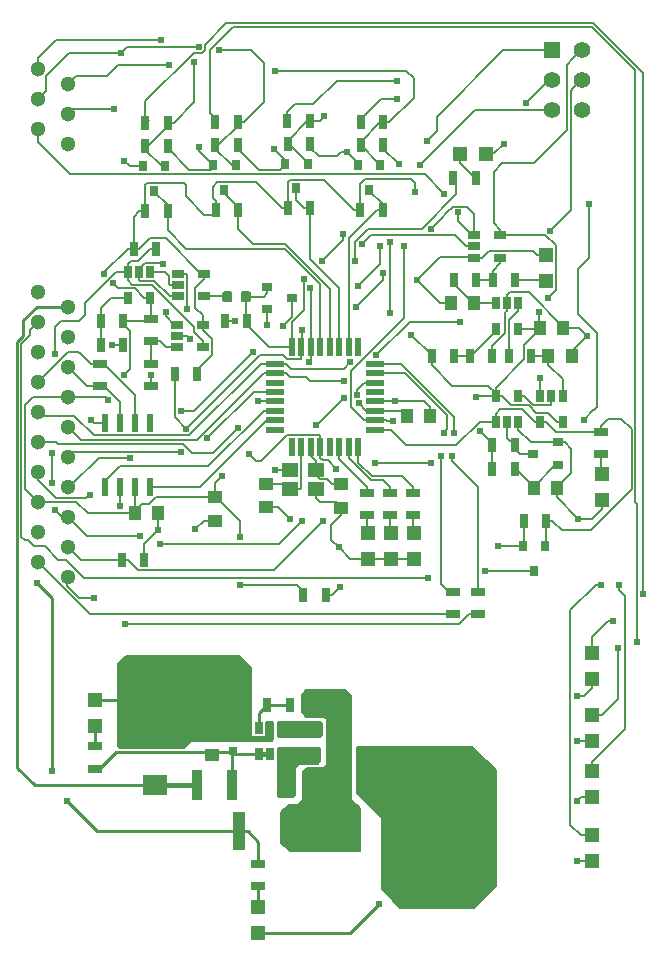
<source format=gbr>
G04 #@! TF.GenerationSoftware,KiCad,Pcbnew,(5.0.1)-4*
G04 #@! TF.CreationDate,2019-05-18T18:43:15-06:00*
G04 #@! TF.ProjectId,Brakelight_Shutdown_BSPD,4272616B656C696768745F5368757464,rev?*
G04 #@! TF.SameCoordinates,Original*
G04 #@! TF.FileFunction,Copper,L1,Top,Signal*
G04 #@! TF.FilePolarity,Positive*
%FSLAX46Y46*%
G04 Gerber Fmt 4.6, Leading zero omitted, Abs format (unit mm)*
G04 Created by KiCad (PCBNEW (5.0.1)-4) date 5/18/2019 6:43:15 PM*
%MOMM*%
%LPD*%
G01*
G04 APERTURE LIST*
G04 #@! TA.AperFunction,ComponentPad*
%ADD10C,1.300000*%
G04 #@! TD*
G04 #@! TA.AperFunction,SMDPad,CuDef*
%ADD11R,0.650000X1.060000*%
G04 #@! TD*
G04 #@! TA.AperFunction,SMDPad,CuDef*
%ADD12R,0.800000X0.900000*%
G04 #@! TD*
G04 #@! TA.AperFunction,SMDPad,CuDef*
%ADD13R,0.700000X1.300000*%
G04 #@! TD*
G04 #@! TA.AperFunction,SMDPad,CuDef*
%ADD14R,1.400000X1.200000*%
G04 #@! TD*
G04 #@! TA.AperFunction,SMDPad,CuDef*
%ADD15R,1.250000X1.000000*%
G04 #@! TD*
G04 #@! TA.AperFunction,SMDPad,CuDef*
%ADD16R,1.000000X1.250000*%
G04 #@! TD*
G04 #@! TA.AperFunction,SMDPad,CuDef*
%ADD17R,1.200000X1.200000*%
G04 #@! TD*
G04 #@! TA.AperFunction,SMDPad,CuDef*
%ADD18R,1.600000X0.550000*%
G04 #@! TD*
G04 #@! TA.AperFunction,SMDPad,CuDef*
%ADD19R,0.550000X1.600000*%
G04 #@! TD*
G04 #@! TA.AperFunction,ComponentPad*
%ADD20R,1.400000X1.400000*%
G04 #@! TD*
G04 #@! TA.AperFunction,ComponentPad*
%ADD21C,1.400000*%
G04 #@! TD*
G04 #@! TA.AperFunction,SMDPad,CuDef*
%ADD22R,0.900000X0.800000*%
G04 #@! TD*
G04 #@! TA.AperFunction,SMDPad,CuDef*
%ADD23R,1.300000X0.700000*%
G04 #@! TD*
G04 #@! TA.AperFunction,Conductor*
%ADD24C,0.100000*%
G04 #@! TD*
G04 #@! TA.AperFunction,SMDPad,CuDef*
%ADD25C,0.875000*%
G04 #@! TD*
G04 #@! TA.AperFunction,SMDPad,CuDef*
%ADD26R,1.060000X0.650000*%
G04 #@! TD*
G04 #@! TA.AperFunction,SMDPad,CuDef*
%ADD27R,0.600000X1.550000*%
G04 #@! TD*
G04 #@! TA.AperFunction,SMDPad,CuDef*
%ADD28R,1.780000X3.500000*%
G04 #@! TD*
G04 #@! TA.AperFunction,SMDPad,CuDef*
%ADD29R,0.900000X2.500000*%
G04 #@! TD*
G04 #@! TA.AperFunction,SMDPad,CuDef*
%ADD30R,1.200000X2.000000*%
G04 #@! TD*
G04 #@! TA.AperFunction,SMDPad,CuDef*
%ADD31R,1.000000X3.200000*%
G04 #@! TD*
G04 #@! TA.AperFunction,SMDPad,CuDef*
%ADD32R,1.000000X1.600000*%
G04 #@! TD*
G04 #@! TA.AperFunction,SMDPad,CuDef*
%ADD33R,2.159000X1.778000*%
G04 #@! TD*
G04 #@! TA.AperFunction,SMDPad,CuDef*
%ADD34R,0.750000X0.800000*%
G04 #@! TD*
G04 #@! TA.AperFunction,ViaPad*
%ADD35C,0.609600*%
G04 #@! TD*
G04 #@! TA.AperFunction,ViaPad*
%ADD36C,0.800000*%
G04 #@! TD*
G04 #@! TA.AperFunction,Conductor*
%ADD37C,0.152400*%
G04 #@! TD*
G04 #@! TA.AperFunction,Conductor*
%ADD38C,0.250000*%
G04 #@! TD*
G04 #@! TA.AperFunction,Conductor*
%ADD39C,0.381000*%
G04 #@! TD*
G04 #@! TA.AperFunction,Conductor*
%ADD40C,0.254000*%
G04 #@! TD*
G04 APERTURE END LIST*
D10*
G04 #@! TO.P,J2,5*
G04 #@! TO.N,Net-(J2-Pad5)*
X162661600Y-76301600D03*
G04 #@! TO.P,J2,3*
G04 #@! TO.N,/BSPD_Relay*
X162661600Y-73761600D03*
G04 #@! TO.P,J2,1*
G04 #@! TO.N,GND*
X162661600Y-71221600D03*
G04 #@! TO.P,J2,7*
G04 #@! TO.N,/CAN_low*
X162661600Y-78841600D03*
G04 #@! TO.P,J2,2*
G04 #@! TO.N,+12V*
X165201600Y-72491600D03*
G04 #@! TO.P,J2,4*
G04 #@! TO.N,Net-(J2-Pad4)*
X165201600Y-75031600D03*
G04 #@! TO.P,J2,6*
G04 #@! TO.N,/CAN_high*
X165201600Y-77571600D03*
G04 #@! TO.P,J2,8*
G04 #@! TO.N,VCC*
X165201600Y-80111600D03*
G04 #@! TO.P,J2,9*
G04 #@! TO.N,/MISO*
X162661600Y-81381600D03*
G04 #@! TO.P,J2,10*
G04 #@! TO.N,/MOSI*
X165201600Y-82651600D03*
G04 #@! TO.P,J2,11*
G04 #@! TO.N,/SCK*
X162661600Y-83921600D03*
G04 #@! TO.P,J2,12*
G04 #@! TO.N,/RESET*
X165201600Y-85191600D03*
G04 #@! TO.P,J2,13*
G04 #@! TO.N,/Cooling_Pump_LSD*
X162661600Y-86461600D03*
G04 #@! TO.P,J2,14*
G04 #@! TO.N,/Brakelight_LSD*
X165201600Y-87731600D03*
G04 #@! TO.P,J2,15*
G04 #@! TO.N,VCC*
X162661600Y-89001600D03*
G04 #@! TO.P,J2,16*
G04 #@! TO.N,/Brake_Pressure_Sense*
X165201600Y-90271600D03*
G04 #@! TO.P,J2,17*
G04 #@! TO.N,GND*
X162661600Y-91541600D03*
G04 #@! TO.P,J2,18*
G04 #@! TO.N,/BSPD_Current_Sense*
X165201600Y-92811600D03*
G04 #@! TO.P,J2,19*
G04 #@! TO.N,/RJ45_LED1*
X162661600Y-94081600D03*
G04 #@! TO.P,J2,20*
G04 #@! TO.N,/RJ45_LED2*
X165201600Y-95351600D03*
G04 #@! TD*
D11*
G04 #@! TO.P,U7,1*
G04 #@! TO.N,Net-(U7-Pad1)*
X172146000Y-69512000D03*
G04 #@! TO.P,U7,2*
G04 #@! TO.N,GND*
X171196000Y-69512000D03*
G04 #@! TO.P,U7,3*
G04 #@! TO.N,/Brake_Pressure_Sense*
X170246000Y-69512000D03*
G04 #@! TO.P,U7,4*
G04 #@! TO.N,Net-(R12-Pad1)*
X170246000Y-71712000D03*
G04 #@! TO.P,U7,5*
G04 #@! TO.N,VCC*
X172146000Y-71712000D03*
G04 #@! TD*
D12*
G04 #@! TO.P,Q7,3*
G04 #@! TO.N,/SS_TSMS_Pin*
X184546200Y-62450400D03*
G04 #@! TO.P,Q7,2*
G04 #@! TO.N,GND*
X183596200Y-60350400D03*
G04 #@! TO.P,Q7,1*
G04 #@! TO.N,/Shutdown_Sense_TSMS*
X185496200Y-60350400D03*
G04 #@! TD*
D13*
G04 #@! TO.P,R1,1*
G04 #@! TO.N,VCC*
X185115200Y-96875600D03*
G04 #@! TO.P,R1,2*
G04 #@! TO.N,Net-(C2-Pad1)*
X187015200Y-96875600D03*
G04 #@! TD*
D14*
G04 #@! TO.P,Y1,1*
G04 #@! TO.N,Net-(C3-Pad1)*
X186184900Y-86309200D03*
G04 #@! TO.P,Y1,2*
G04 #@! TO.N,GND*
X183984900Y-86309200D03*
G04 #@! TO.P,Y1,3*
G04 #@! TO.N,Net-(C4-Pad1)*
X183984900Y-87909200D03*
G04 #@! TO.P,Y1,4*
G04 #@! TO.N,GND*
X186184900Y-87909200D03*
G04 #@! TD*
D15*
G04 #@! TO.P,C1,2*
G04 #@! TO.N,GND*
X177647600Y-90576400D03*
G04 #@! TO.P,C1,1*
G04 #@! TO.N,VCC*
X177647600Y-88576400D03*
G04 #@! TD*
D16*
G04 #@! TO.P,C2,1*
G04 #@! TO.N,Net-(C2-Pad1)*
X193878200Y-81737200D03*
G04 #@! TO.P,C2,2*
G04 #@! TO.N,GND*
X195878200Y-81737200D03*
G04 #@! TD*
D15*
G04 #@! TO.P,C3,2*
G04 #@! TO.N,GND*
X188302900Y-89484200D03*
G04 #@! TO.P,C3,1*
G04 #@! TO.N,Net-(C3-Pad1)*
X188302900Y-87484200D03*
G04 #@! TD*
G04 #@! TO.P,C4,2*
G04 #@! TO.N,GND*
X181952900Y-89452200D03*
G04 #@! TO.P,C4,1*
G04 #@! TO.N,Net-(C4-Pad1)*
X181952900Y-87452200D03*
G04 #@! TD*
D16*
G04 #@! TO.P,C5,1*
G04 #@! TO.N,Net-(C5-Pad1)*
X199602600Y-72161400D03*
G04 #@! TO.P,C5,2*
G04 #@! TO.N,GND*
X197602600Y-72161400D03*
G04 #@! TD*
G04 #@! TO.P,C6,1*
G04 #@! TO.N,Net-(C6-Pad1)*
X204622400Y-87833200D03*
G04 #@! TO.P,C6,2*
G04 #@! TO.N,GND*
X206622400Y-87833200D03*
G04 #@! TD*
G04 #@! TO.P,C8,2*
G04 #@! TO.N,GND*
X207130400Y-74269600D03*
G04 #@! TO.P,C8,1*
G04 #@! TO.N,VCC*
X205130400Y-74269600D03*
G04 #@! TD*
G04 #@! TO.P,C9,1*
G04 #@! TO.N,VCC*
X170840400Y-89966800D03*
G04 #@! TO.P,C9,2*
G04 #@! TO.N,GND*
X172840400Y-89966800D03*
G04 #@! TD*
G04 #@! TO.P,C10,1*
G04 #@! TO.N,Net-(C10-Pad1)*
X205883000Y-76631800D03*
G04 #@! TO.P,C10,2*
G04 #@! TO.N,GND*
X207883000Y-76631800D03*
G04 #@! TD*
D17*
G04 #@! TO.P,D1,1*
G04 #@! TO.N,GND*
X205663800Y-68056400D03*
G04 #@! TO.P,D1,2*
G04 #@! TO.N,Net-(D1-Pad2)*
X205663800Y-70256400D03*
G04 #@! TD*
G04 #@! TO.P,D4,1*
G04 #@! TO.N,GND*
X210388200Y-88857000D03*
G04 #@! TO.P,D4,2*
G04 #@! TO.N,Net-(D4-Pad2)*
X210388200Y-86657000D03*
G04 #@! TD*
G04 #@! TO.P,D5,2*
G04 #@! TO.N,Net-(D5-Pad2)*
X194462400Y-91622700D03*
G04 #@! TO.P,D5,1*
G04 #@! TO.N,GND*
X194462400Y-93822700D03*
G04 #@! TD*
G04 #@! TO.P,D7,2*
G04 #@! TO.N,Net-(D7-Pad2)*
X209550000Y-101770000D03*
G04 #@! TO.P,D7,1*
G04 #@! TO.N,GND*
X209550000Y-103970000D03*
G04 #@! TD*
G04 #@! TO.P,D8,1*
G04 #@! TO.N,GND*
X209550000Y-119380000D03*
G04 #@! TO.P,D8,2*
G04 #@! TO.N,Net-(D8-Pad2)*
X209550000Y-117180000D03*
G04 #@! TD*
G04 #@! TO.P,D9,2*
G04 #@! TO.N,Net-(D9-Pad2)*
X209550000Y-107020000D03*
G04 #@! TO.P,D9,1*
G04 #@! TO.N,GND*
X209550000Y-109220000D03*
G04 #@! TD*
G04 #@! TO.P,D10,2*
G04 #@! TO.N,Net-(D10-Pad2)*
X209550000Y-111760000D03*
G04 #@! TO.P,D10,1*
G04 #@! TO.N,GND*
X209550000Y-113960000D03*
G04 #@! TD*
G04 #@! TO.P,D12,1*
G04 #@! TO.N,GND*
X192557400Y-93843200D03*
G04 #@! TO.P,D12,2*
G04 #@! TO.N,Net-(D12-Pad2)*
X192557400Y-91643200D03*
G04 #@! TD*
G04 #@! TO.P,D13,2*
G04 #@! TO.N,Net-(D13-Pad2)*
X190588900Y-91643200D03*
G04 #@! TO.P,D13,1*
G04 #@! TO.N,GND*
X190588900Y-93843200D03*
G04 #@! TD*
D18*
G04 #@! TO.P,IC1,1*
G04 #@! TO.N,/MISO*
X182719400Y-77286200D03*
G04 #@! TO.P,IC1,2*
G04 #@! TO.N,/MOSI*
X182719400Y-78086200D03*
G04 #@! TO.P,IC1,3*
G04 #@! TO.N,Net-(IC1-Pad3)*
X182719400Y-78886200D03*
G04 #@! TO.P,IC1,4*
G04 #@! TO.N,VCC*
X182719400Y-79686200D03*
G04 #@! TO.P,IC1,5*
G04 #@! TO.N,GND*
X182719400Y-80486200D03*
G04 #@! TO.P,IC1,6*
G04 #@! TO.N,/TXCAN*
X182719400Y-81286200D03*
G04 #@! TO.P,IC1,7*
G04 #@! TO.N,/RXCAN*
X182719400Y-82086200D03*
G04 #@! TO.P,IC1,8*
G04 #@! TO.N,Net-(IC1-Pad8)*
X182719400Y-82886200D03*
D19*
G04 #@! TO.P,IC1,9*
G04 #@! TO.N,Net-(IC1-Pad9)*
X184169400Y-84336200D03*
G04 #@! TO.P,IC1,10*
G04 #@! TO.N,Net-(C4-Pad1)*
X184969400Y-84336200D03*
G04 #@! TO.P,IC1,11*
G04 #@! TO.N,Net-(C3-Pad1)*
X185769400Y-84336200D03*
G04 #@! TO.P,IC1,12*
G04 #@! TO.N,/SCK*
X186569400Y-84336200D03*
G04 #@! TO.P,IC1,13*
G04 #@! TO.N,Net-(IC1-Pad13)*
X187369400Y-84336200D03*
G04 #@! TO.P,IC1,14*
G04 #@! TO.N,/LED_1*
X188169400Y-84336200D03*
G04 #@! TO.P,IC1,15*
G04 #@! TO.N,/LED_2*
X188969400Y-84336200D03*
G04 #@! TO.P,IC1,16*
G04 #@! TO.N,/LED_3*
X189769400Y-84336200D03*
D18*
G04 #@! TO.P,IC1,17*
G04 #@! TO.N,/BSPD_Relay_Sense*
X191219400Y-82886200D03*
G04 #@! TO.P,IC1,18*
G04 #@! TO.N,/BSPD_Current_Sense*
X191219400Y-82086200D03*
G04 #@! TO.P,IC1,19*
G04 #@! TO.N,Net-(C2-Pad1)*
X191219400Y-81286200D03*
G04 #@! TO.P,IC1,20*
G04 #@! TO.N,GND*
X191219400Y-80486200D03*
G04 #@! TO.P,IC1,21*
G04 #@! TO.N,Net-(IC1-Pad21)*
X191219400Y-79686200D03*
G04 #@! TO.P,IC1,22*
G04 #@! TO.N,/Brake_Pressure_Sense*
X191219400Y-78886200D03*
G04 #@! TO.P,IC1,23*
G04 #@! TO.N,Net-(IC1-Pad23)*
X191219400Y-78086200D03*
G04 #@! TO.P,IC1,24*
G04 #@! TO.N,Net-(IC1-Pad24)*
X191219400Y-77286200D03*
D19*
G04 #@! TO.P,IC1,25*
G04 #@! TO.N,Net-(IC1-Pad25)*
X189769400Y-75836200D03*
G04 #@! TO.P,IC1,26*
G04 #@! TO.N,/SS_E-Stop_Pin*
X188969400Y-75836200D03*
G04 #@! TO.P,IC1,27*
G04 #@! TO.N,/SS_TSMS_Pin*
X188169400Y-75836200D03*
G04 #@! TO.P,IC1,28*
G04 #@! TO.N,/SS_BSPD_Pin*
X187369400Y-75836200D03*
G04 #@! TO.P,IC1,29*
G04 #@! TO.N,/SS_Main_Shutdown_Pin*
X186569400Y-75836200D03*
G04 #@! TO.P,IC1,30*
G04 #@! TO.N,/Cooling_Pump_LSD*
X185769400Y-75836200D03*
G04 #@! TO.P,IC1,31*
G04 #@! TO.N,/RESET*
X184969400Y-75836200D03*
G04 #@! TO.P,IC1,32*
G04 #@! TO.N,/Brakelight_Gate*
X184169400Y-75836200D03*
G04 #@! TD*
D10*
G04 #@! TO.P,J1,5*
G04 #@! TO.N,/BSPD_Current_Sense*
X162661600Y-57404000D03*
G04 #@! TO.P,J1,3*
G04 #@! TO.N,/Shutdown_Sense_BSPD*
X162661600Y-54864000D03*
G04 #@! TO.P,J1,1*
G04 #@! TO.N,/Shutdown_Sense_GLVMS*
X162661600Y-52324000D03*
G04 #@! TO.P,J1,2*
G04 #@! TO.N,/Shutdown_Sense_Estop*
X165201600Y-53594000D03*
G04 #@! TO.P,J1,4*
G04 #@! TO.N,/Shutdown_Sense_TSMS*
X165201600Y-56134000D03*
G04 #@! TO.P,J1,6*
G04 #@! TO.N,Net-(J1-Pad6)*
X165201600Y-58674000D03*
G04 #@! TD*
D20*
G04 #@! TO.P,J3,1*
G04 #@! TO.N,/MISO*
X206146400Y-50749200D03*
D21*
G04 #@! TO.P,J3,2*
G04 #@! TO.N,VCC*
X208686400Y-50749200D03*
G04 #@! TO.P,J3,3*
G04 #@! TO.N,/SCK*
X206146400Y-53289200D03*
G04 #@! TO.P,J3,4*
G04 #@! TO.N,/MOSI*
X208686400Y-53289200D03*
G04 #@! TO.P,J3,5*
G04 #@! TO.N,/RESET*
X206146400Y-55829200D03*
G04 #@! TO.P,J3,6*
G04 #@! TO.N,GND*
X208686400Y-55829200D03*
G04 #@! TD*
D22*
G04 #@! TO.P,Q1,3*
G04 #@! TO.N,Net-(Q1-Pad3)*
X204597000Y-84912200D03*
G04 #@! TO.P,Q1,2*
G04 #@! TO.N,GND*
X206697000Y-83962200D03*
G04 #@! TO.P,Q1,1*
G04 #@! TO.N,Net-(C6-Pad1)*
X206697000Y-85862200D03*
G04 #@! TD*
D12*
G04 #@! TO.P,Q2,3*
G04 #@! TO.N,/BSPD_Relay*
X204637600Y-94860800D03*
G04 #@! TO.P,Q2,2*
G04 #@! TO.N,GND*
X203687600Y-92760800D03*
G04 #@! TO.P,Q2,1*
G04 #@! TO.N,/BSPD_Relay_Sense*
X205587600Y-92760800D03*
G04 #@! TD*
G04 #@! TO.P,Q3,1*
G04 #@! TO.N,/Shutdown_Sense_GLVMS*
X173443551Y-60587171D03*
G04 #@! TO.P,Q3,2*
G04 #@! TO.N,GND*
X171543551Y-60587171D03*
G04 #@! TO.P,Q3,3*
G04 #@! TO.N,/SS_Main_Shutdown_Pin*
X172493551Y-62687171D03*
G04 #@! TD*
G04 #@! TO.P,Q4,1*
G04 #@! TO.N,/Shutdown_Sense_Estop*
X191653200Y-60485600D03*
G04 #@! TO.P,Q4,2*
G04 #@! TO.N,GND*
X189753200Y-60485600D03*
G04 #@! TO.P,Q4,3*
G04 #@! TO.N,/SS_E-Stop_Pin*
X190703200Y-62585600D03*
G04 #@! TD*
G04 #@! TO.P,Q5,1*
G04 #@! TO.N,/Shutdown_Sense_BSPD*
X179385000Y-60485600D03*
G04 #@! TO.P,Q5,2*
G04 #@! TO.N,GND*
X177485000Y-60485600D03*
G04 #@! TO.P,Q5,3*
G04 #@! TO.N,/SS_BSPD_Pin*
X178435000Y-62585600D03*
G04 #@! TD*
D22*
G04 #@! TO.P,Q6,1*
G04 #@! TO.N,/Brakelight_Gate*
X182075400Y-70779600D03*
G04 #@! TO.P,Q6,2*
G04 #@! TO.N,GND*
X182075400Y-72679600D03*
G04 #@! TO.P,Q6,3*
G04 #@! TO.N,/Brakelight_LSD*
X184175400Y-71729600D03*
G04 #@! TD*
D13*
G04 #@! TO.P,R3,2*
G04 #@! TO.N,/RESET*
X174233800Y-78130400D03*
G04 #@! TO.P,R3,1*
G04 #@! TO.N,VCC*
X176133800Y-78130400D03*
G04 #@! TD*
G04 #@! TO.P,R4,1*
G04 #@! TO.N,GND*
X171653200Y-93903800D03*
G04 #@! TO.P,R4,2*
G04 #@! TO.N,/BSPD_Current_Sense*
X169753200Y-93903800D03*
G04 #@! TD*
G04 #@! TO.P,R5,2*
G04 #@! TO.N,Net-(D1-Pad2)*
X203047600Y-70231000D03*
G04 #@! TO.P,R5,1*
G04 #@! TO.N,Net-(R5-Pad1)*
X201147600Y-70231000D03*
G04 #@! TD*
G04 #@! TO.P,R6,1*
G04 #@! TO.N,VCC*
X201122200Y-86182200D03*
G04 #@! TO.P,R6,2*
G04 #@! TO.N,Net-(C6-Pad1)*
X203022200Y-86182200D03*
G04 #@! TD*
G04 #@! TO.P,R7,1*
G04 #@! TO.N,Net-(R5-Pad1)*
X199771000Y-70231000D03*
G04 #@! TO.P,R7,2*
G04 #@! TO.N,Net-(C5-Pad1)*
X197871000Y-70231000D03*
G04 #@! TD*
G04 #@! TO.P,R8,1*
G04 #@! TO.N,VCC*
X196016800Y-76606400D03*
G04 #@! TO.P,R8,2*
G04 #@! TO.N,Net-(R11-Pad1)*
X197916800Y-76606400D03*
G04 #@! TD*
G04 #@! TO.P,R9,2*
G04 #@! TO.N,VCC*
X201122200Y-84175600D03*
G04 #@! TO.P,R9,1*
G04 #@! TO.N,Net-(Q1-Pad3)*
X203022200Y-84175600D03*
G04 #@! TD*
G04 #@! TO.P,R11,2*
G04 #@! TO.N,GND*
X201127400Y-76606400D03*
G04 #@! TO.P,R11,1*
G04 #@! TO.N,Net-(R11-Pad1)*
X199227400Y-76606400D03*
G04 #@! TD*
G04 #@! TO.P,R13,1*
G04 #@! TO.N,Net-(C10-Pad1)*
X204429400Y-76631800D03*
G04 #@! TO.P,R13,2*
G04 #@! TO.N,Net-(R13-Pad2)*
X202529400Y-76631800D03*
G04 #@! TD*
D23*
G04 #@! TO.P,R14,1*
G04 #@! TO.N,/CAN_high*
X167919400Y-79194700D03*
G04 #@! TO.P,R14,2*
G04 #@! TO.N,/CAN_low*
X167919400Y-77294700D03*
G04 #@! TD*
G04 #@! TO.P,R17,2*
G04 #@! TO.N,Net-(D4-Pad2)*
X210362800Y-84937600D03*
G04 #@! TO.P,R17,1*
G04 #@! TO.N,/BSPD_Relay_Sense*
X210362800Y-83037600D03*
G04 #@! TD*
D13*
G04 #@! TO.P,R18,2*
G04 #@! TO.N,GND*
X203809600Y-90576400D03*
G04 #@! TO.P,R18,1*
G04 #@! TO.N,/BSPD_Relay_Sense*
X205709600Y-90576400D03*
G04 #@! TD*
G04 #@! TO.P,R21,1*
G04 #@! TO.N,/Shutdown_Sense_GLVMS*
X173661951Y-56891471D03*
G04 #@! TO.P,R21,2*
G04 #@! TO.N,Net-(D7-Pad2)*
X171761951Y-56891471D03*
G04 #@! TD*
G04 #@! TO.P,R22,2*
G04 #@! TO.N,GND*
X173661951Y-58885371D03*
G04 #@! TO.P,R22,1*
G04 #@! TO.N,/Shutdown_Sense_GLVMS*
X171761951Y-58885371D03*
G04 #@! TD*
G04 #@! TO.P,R23,1*
G04 #@! TO.N,VCC*
X171749251Y-64384471D03*
G04 #@! TO.P,R23,2*
G04 #@! TO.N,/SS_Main_Shutdown_Pin*
X173649251Y-64384471D03*
G04 #@! TD*
G04 #@! TO.P,R26,2*
G04 #@! TO.N,Net-(D8-Pad2)*
X189992000Y-56845200D03*
G04 #@! TO.P,R26,1*
G04 #@! TO.N,/Shutdown_Sense_Estop*
X191892000Y-56845200D03*
G04 #@! TD*
G04 #@! TO.P,R28,2*
G04 #@! TO.N,Net-(D9-Pad2)*
X177688200Y-56845200D03*
G04 #@! TO.P,R28,1*
G04 #@! TO.N,/Shutdown_Sense_BSPD*
X179588200Y-56845200D03*
G04 #@! TD*
G04 #@! TO.P,R29,1*
G04 #@! TO.N,/Shutdown_Sense_Estop*
X189981800Y-58801000D03*
G04 #@! TO.P,R29,2*
G04 #@! TO.N,GND*
X191881800Y-58801000D03*
G04 #@! TD*
G04 #@! TO.P,R30,1*
G04 #@! TO.N,/Shutdown_Sense_BSPD*
X177688200Y-58801000D03*
G04 #@! TO.P,R30,2*
G04 #@! TO.N,GND*
X179588200Y-58801000D03*
G04 #@! TD*
G04 #@! TO.P,R31,1*
G04 #@! TO.N,VCC*
X189946200Y-64312800D03*
G04 #@! TO.P,R31,2*
G04 #@! TO.N,/SS_E-Stop_Pin*
X191846200Y-64312800D03*
G04 #@! TD*
G04 #@! TO.P,R32,2*
G04 #@! TO.N,/SS_BSPD_Pin*
X179613600Y-64312800D03*
G04 #@! TO.P,R32,1*
G04 #@! TO.N,VCC*
X177713600Y-64312800D03*
G04 #@! TD*
D24*
G04 #@! TO.N,/Brakelight_Gate*
G04 #@! TO.C,R33*
G36*
X180503991Y-71154053D02*
X180525226Y-71157203D01*
X180546050Y-71162419D01*
X180566262Y-71169651D01*
X180585668Y-71178830D01*
X180604081Y-71189866D01*
X180621324Y-71202654D01*
X180637230Y-71217070D01*
X180651646Y-71232976D01*
X180664434Y-71250219D01*
X180675470Y-71268632D01*
X180684649Y-71288038D01*
X180691881Y-71308250D01*
X180697097Y-71329074D01*
X180700247Y-71350309D01*
X180701300Y-71371750D01*
X180701300Y-71884250D01*
X180700247Y-71905691D01*
X180697097Y-71926926D01*
X180691881Y-71947750D01*
X180684649Y-71967962D01*
X180675470Y-71987368D01*
X180664434Y-72005781D01*
X180651646Y-72023024D01*
X180637230Y-72038930D01*
X180621324Y-72053346D01*
X180604081Y-72066134D01*
X180585668Y-72077170D01*
X180566262Y-72086349D01*
X180546050Y-72093581D01*
X180525226Y-72098797D01*
X180503991Y-72101947D01*
X180482550Y-72103000D01*
X180045050Y-72103000D01*
X180023609Y-72101947D01*
X180002374Y-72098797D01*
X179981550Y-72093581D01*
X179961338Y-72086349D01*
X179941932Y-72077170D01*
X179923519Y-72066134D01*
X179906276Y-72053346D01*
X179890370Y-72038930D01*
X179875954Y-72023024D01*
X179863166Y-72005781D01*
X179852130Y-71987368D01*
X179842951Y-71967962D01*
X179835719Y-71947750D01*
X179830503Y-71926926D01*
X179827353Y-71905691D01*
X179826300Y-71884250D01*
X179826300Y-71371750D01*
X179827353Y-71350309D01*
X179830503Y-71329074D01*
X179835719Y-71308250D01*
X179842951Y-71288038D01*
X179852130Y-71268632D01*
X179863166Y-71250219D01*
X179875954Y-71232976D01*
X179890370Y-71217070D01*
X179906276Y-71202654D01*
X179923519Y-71189866D01*
X179941932Y-71178830D01*
X179961338Y-71169651D01*
X179981550Y-71162419D01*
X180002374Y-71157203D01*
X180023609Y-71154053D01*
X180045050Y-71153000D01*
X180482550Y-71153000D01*
X180503991Y-71154053D01*
X180503991Y-71154053D01*
G37*
D25*
G04 #@! TD*
G04 #@! TO.P,R33,1*
G04 #@! TO.N,/Brakelight_Gate*
X180263800Y-71628000D03*
D24*
G04 #@! TO.N,Net-(R33-Pad2)*
G04 #@! TO.C,R33*
G36*
X178928991Y-71154053D02*
X178950226Y-71157203D01*
X178971050Y-71162419D01*
X178991262Y-71169651D01*
X179010668Y-71178830D01*
X179029081Y-71189866D01*
X179046324Y-71202654D01*
X179062230Y-71217070D01*
X179076646Y-71232976D01*
X179089434Y-71250219D01*
X179100470Y-71268632D01*
X179109649Y-71288038D01*
X179116881Y-71308250D01*
X179122097Y-71329074D01*
X179125247Y-71350309D01*
X179126300Y-71371750D01*
X179126300Y-71884250D01*
X179125247Y-71905691D01*
X179122097Y-71926926D01*
X179116881Y-71947750D01*
X179109649Y-71967962D01*
X179100470Y-71987368D01*
X179089434Y-72005781D01*
X179076646Y-72023024D01*
X179062230Y-72038930D01*
X179046324Y-72053346D01*
X179029081Y-72066134D01*
X179010668Y-72077170D01*
X178991262Y-72086349D01*
X178971050Y-72093581D01*
X178950226Y-72098797D01*
X178928991Y-72101947D01*
X178907550Y-72103000D01*
X178470050Y-72103000D01*
X178448609Y-72101947D01*
X178427374Y-72098797D01*
X178406550Y-72093581D01*
X178386338Y-72086349D01*
X178366932Y-72077170D01*
X178348519Y-72066134D01*
X178331276Y-72053346D01*
X178315370Y-72038930D01*
X178300954Y-72023024D01*
X178288166Y-72005781D01*
X178277130Y-71987368D01*
X178267951Y-71967962D01*
X178260719Y-71947750D01*
X178255503Y-71926926D01*
X178252353Y-71905691D01*
X178251300Y-71884250D01*
X178251300Y-71371750D01*
X178252353Y-71350309D01*
X178255503Y-71329074D01*
X178260719Y-71308250D01*
X178267951Y-71288038D01*
X178277130Y-71268632D01*
X178288166Y-71250219D01*
X178300954Y-71232976D01*
X178315370Y-71217070D01*
X178331276Y-71202654D01*
X178348519Y-71189866D01*
X178366932Y-71178830D01*
X178386338Y-71169651D01*
X178406550Y-71162419D01*
X178427374Y-71157203D01*
X178448609Y-71154053D01*
X178470050Y-71153000D01*
X178907550Y-71153000D01*
X178928991Y-71154053D01*
X178928991Y-71154053D01*
G37*
D25*
G04 #@! TD*
G04 #@! TO.P,R33,2*
G04 #@! TO.N,Net-(R33-Pad2)*
X178688800Y-71628000D03*
D13*
G04 #@! TO.P,R34,1*
G04 #@! TO.N,/Brakelight_Gate*
X180365400Y-73710800D03*
G04 #@! TO.P,R34,2*
G04 #@! TO.N,GND*
X178465400Y-73710800D03*
G04 #@! TD*
G04 #@! TO.P,R35,1*
G04 #@! TO.N,/Shutdown_Sense_TSMS*
X185674000Y-56743600D03*
G04 #@! TO.P,R35,2*
G04 #@! TO.N,Net-(D10-Pad2)*
X183774000Y-56743600D03*
G04 #@! TD*
G04 #@! TO.P,R37,2*
G04 #@! TO.N,GND*
X185699400Y-58699400D03*
G04 #@! TO.P,R37,1*
G04 #@! TO.N,/Shutdown_Sense_TSMS*
X183799400Y-58699400D03*
G04 #@! TD*
G04 #@! TO.P,R39,1*
G04 #@! TO.N,VCC*
X183824800Y-64109600D03*
G04 #@! TO.P,R39,2*
G04 #@! TO.N,/SS_TSMS_Pin*
X185724800Y-64109600D03*
G04 #@! TD*
D23*
G04 #@! TO.P,R41,1*
G04 #@! TO.N,/RJ45_LED1*
X197764400Y-98511400D03*
G04 #@! TO.P,R41,2*
G04 #@! TO.N,Net-(IC1-Pad23)*
X197764400Y-96611400D03*
G04 #@! TD*
G04 #@! TO.P,R42,2*
G04 #@! TO.N,/RJ45_LED2*
X199948800Y-98496200D03*
G04 #@! TO.P,R42,1*
G04 #@! TO.N,Net-(IC1-Pad24)*
X199948800Y-96596200D03*
G04 #@! TD*
G04 #@! TO.P,R44,2*
G04 #@! TO.N,Net-(D5-Pad2)*
X194398900Y-90116700D03*
G04 #@! TO.P,R44,1*
G04 #@! TO.N,/LED_3*
X194398900Y-88216700D03*
G04 #@! TD*
G04 #@! TO.P,R45,1*
G04 #@! TO.N,/LED_2*
X192493900Y-88219200D03*
G04 #@! TO.P,R45,2*
G04 #@! TO.N,Net-(D12-Pad2)*
X192493900Y-90119200D03*
G04 #@! TD*
G04 #@! TO.P,R46,2*
G04 #@! TO.N,Net-(D13-Pad2)*
X190525400Y-90119200D03*
G04 #@! TO.P,R46,1*
G04 #@! TO.N,/LED_1*
X190525400Y-88219200D03*
G04 #@! TD*
D26*
G04 #@! TO.P,U1,5*
G04 #@! TO.N,VCC*
X201810800Y-66410800D03*
G04 #@! TO.P,U1,4*
G04 #@! TO.N,Net-(R5-Pad1)*
X201810800Y-68310800D03*
G04 #@! TO.P,U1,3*
G04 #@! TO.N,GND*
X199610800Y-68310800D03*
G04 #@! TO.P,U1,2*
G04 #@! TO.N,/Brakelight_Gate*
X199610800Y-67360800D03*
G04 #@! TO.P,U1,1*
G04 #@! TO.N,/BSPD_Current_Sense*
X199610800Y-66410800D03*
G04 #@! TD*
D11*
G04 #@! TO.P,U2,1*
G04 #@! TO.N,Net-(R13-Pad2)*
X203311800Y-72128200D03*
G04 #@! TO.P,U2,2*
G04 #@! TO.N,GND*
X202361800Y-72128200D03*
G04 #@! TO.P,U2,3*
G04 #@! TO.N,Net-(C5-Pad1)*
X201411800Y-72128200D03*
G04 #@! TO.P,U2,4*
G04 #@! TO.N,Net-(R11-Pad1)*
X201411800Y-74328200D03*
G04 #@! TO.P,U2,5*
G04 #@! TO.N,VCC*
X203311800Y-74328200D03*
G04 #@! TD*
D27*
G04 #@! TO.P,U3,1*
G04 #@! TO.N,/TXCAN*
X168300400Y-87739200D03*
G04 #@! TO.P,U3,2*
G04 #@! TO.N,GND*
X169570400Y-87739200D03*
G04 #@! TO.P,U3,3*
G04 #@! TO.N,VCC*
X170840400Y-87739200D03*
G04 #@! TO.P,U3,4*
G04 #@! TO.N,/RXCAN*
X172110400Y-87739200D03*
G04 #@! TO.P,U3,5*
G04 #@! TO.N,Net-(U3-Pad5)*
X172110400Y-82339200D03*
G04 #@! TO.P,U3,6*
G04 #@! TO.N,/CAN_low*
X170840400Y-82339200D03*
G04 #@! TO.P,U3,7*
G04 #@! TO.N,/CAN_high*
X169570400Y-82339200D03*
G04 #@! TO.P,U3,8*
G04 #@! TO.N,GND*
X168300400Y-82339200D03*
G04 #@! TD*
D11*
G04 #@! TO.P,U5,1*
G04 #@! TO.N,/BSPD_Relay_Sense*
X201437200Y-82194400D03*
G04 #@! TO.P,U5,2*
G04 #@! TO.N,Net-(Q1-Pad3)*
X202387200Y-82194400D03*
G04 #@! TO.P,U5,3*
G04 #@! TO.N,GND*
X203337200Y-82194400D03*
G04 #@! TO.P,U5,4*
G04 #@! TO.N,Net-(U5-Pad4)*
X203337200Y-79994400D03*
G04 #@! TO.P,U5,5*
G04 #@! TO.N,VCC*
X201437200Y-79994400D03*
G04 #@! TD*
G04 #@! TO.P,U6,5*
G04 #@! TO.N,VCC*
X207086200Y-82194400D03*
G04 #@! TO.P,U6,4*
G04 #@! TO.N,/BSPD_Relay_Sense*
X205186200Y-82194400D03*
G04 #@! TO.P,U6,3*
G04 #@! TO.N,GND*
X205186200Y-79994400D03*
G04 #@! TO.P,U6,2*
G04 #@! TO.N,Net-(U5-Pad4)*
X206136200Y-79994400D03*
G04 #@! TO.P,U6,1*
G04 #@! TO.N,Net-(C10-Pad1)*
X207086200Y-79994400D03*
G04 #@! TD*
D17*
G04 #@! TO.P,D11,2*
G04 #@! TO.N,Net-(D11-Pad2)*
X198366200Y-59537600D03*
G04 #@! TO.P,D11,1*
G04 #@! TO.N,GND*
X200566200Y-59537600D03*
G04 #@! TD*
D28*
G04 #@! TO.P,COUT102,1*
G04 #@! TO.N,Net-(COUT101-Pad1)*
X188455300Y-116840000D03*
G04 #@! TO.P,COUT102,2*
G04 #@! TO.N,GND*
X193735300Y-116840000D03*
G04 #@! TD*
D15*
G04 #@! TO.P,C103,2*
G04 #@! TO.N,Net-(C103-Pad2)*
X185597800Y-108220000D03*
G04 #@! TO.P,C103,1*
G04 #@! TO.N,Net-(C103-Pad1)*
X185597800Y-110220000D03*
G04 #@! TD*
D29*
G04 #@! TO.P,F101,2*
G04 #@! TO.N,+12V*
X176146800Y-112966500D03*
G04 #@! TO.P,F101,1*
G04 #@! TO.N,Net-(C101-Pad1)*
X179046800Y-112966500D03*
G04 #@! TD*
D30*
G04 #@! TO.P,L101,1*
G04 #@! TO.N,Net-(C103-Pad1)*
X183502700Y-112905540D03*
G04 #@! TO.P,L101,2*
G04 #@! TO.N,Net-(COUT101-Pad1)*
X186702700Y-112905540D03*
G04 #@! TD*
D13*
G04 #@! TO.P,R103,1*
G04 #@! TO.N,Net-(COUT101-Pad1)*
X185920420Y-106217720D03*
G04 #@! TO.P,R103,2*
G04 #@! TO.N,Net-(R102-Pad1)*
X184020420Y-106217720D03*
G04 #@! TD*
G04 #@! TO.P,R102,2*
G04 #@! TO.N,GND*
X180134220Y-106202480D03*
G04 #@! TO.P,R102,1*
G04 #@! TO.N,Net-(R102-Pad1)*
X182034220Y-106202480D03*
G04 #@! TD*
D23*
G04 #@! TO.P,R105,1*
G04 #@! TO.N,VCC*
X181326000Y-119639000D03*
G04 #@! TO.P,R105,2*
G04 #@! TO.N,Net-(D103-Pad2)*
X181326000Y-121539000D03*
G04 #@! TD*
D31*
G04 #@! TO.P,R104,1*
G04 #@! TO.N,Net-(COUT101-Pad1)*
X185854200Y-116845080D03*
G04 #@! TO.P,R104,2*
G04 #@! TO.N,VCC*
X179654200Y-116845080D03*
G04 #@! TD*
D11*
G04 #@! TO.P,U101,1*
G04 #@! TO.N,Net-(C103-Pad2)*
X183253600Y-108104800D03*
G04 #@! TO.P,U101,2*
G04 #@! TO.N,GND*
X182303600Y-108104800D03*
G04 #@! TO.P,U101,3*
G04 #@! TO.N,Net-(R102-Pad1)*
X181353600Y-108104800D03*
G04 #@! TO.P,U101,4*
G04 #@! TO.N,Net-(C101-Pad1)*
X181353600Y-110304800D03*
G04 #@! TO.P,U101,6*
G04 #@! TO.N,Net-(C103-Pad1)*
X183253600Y-110304800D03*
G04 #@! TO.P,U101,5*
G04 #@! TO.N,Net-(C101-Pad1)*
X182303600Y-110304800D03*
G04 #@! TD*
D32*
G04 #@! TO.P,COUT101,1*
G04 #@! TO.N,Net-(COUT101-Pad1)*
X188074300Y-110490000D03*
G04 #@! TO.P,COUT101,2*
G04 #@! TO.N,GND*
X191074300Y-110490000D03*
G04 #@! TD*
D16*
G04 #@! TO.P,COUT103,1*
G04 #@! TO.N,Net-(COUT101-Pad1)*
X188598300Y-112839500D03*
G04 #@! TO.P,COUT103,2*
G04 #@! TO.N,GND*
X190598300Y-112839500D03*
G04 #@! TD*
D33*
G04 #@! TO.P,D101,2*
G04 #@! TO.N,GND*
X172580300Y-108902500D03*
G04 #@! TO.P,D101,1*
G04 #@! TO.N,+12V*
X172580300Y-112966500D03*
G04 #@! TD*
D17*
G04 #@! TO.P,D103,2*
G04 #@! TO.N,Net-(D103-Pad2)*
X181326000Y-123289000D03*
G04 #@! TO.P,D103,1*
G04 #@! TO.N,GND*
X181326000Y-125489000D03*
G04 #@! TD*
G04 #@! TO.P,D102,2*
G04 #@! TO.N,Net-(D102-Pad2)*
X167526000Y-107939000D03*
G04 #@! TO.P,D102,1*
G04 #@! TO.N,GND*
X167526000Y-105739000D03*
G04 #@! TD*
D23*
G04 #@! TO.P,R101,1*
G04 #@! TO.N,Net-(C101-Pad1)*
X167526000Y-111589000D03*
G04 #@! TO.P,R101,2*
G04 #@! TO.N,Net-(D102-Pad2)*
X167526000Y-109689000D03*
G04 #@! TD*
D15*
G04 #@! TO.P,C101,1*
G04 #@! TO.N,Net-(C101-Pad1)*
X177378360Y-110390180D03*
G04 #@! TO.P,C101,2*
G04 #@! TO.N,GND*
X177378360Y-108390180D03*
G04 #@! TD*
D34*
G04 #@! TO.P,C102,1*
G04 #@! TO.N,Net-(C101-Pad1)*
X179184300Y-110049500D03*
G04 #@! TO.P,C102,2*
G04 #@! TO.N,GND*
X179184300Y-108549500D03*
G04 #@! TD*
D13*
G04 #@! TO.P,R10,2*
G04 #@! TO.N,/Brake_Pressure_Sense*
X172654000Y-67564000D03*
G04 #@! TO.P,R10,1*
G04 #@! TO.N,VCC*
X170754000Y-67564000D03*
G04 #@! TD*
G04 #@! TO.P,R12,1*
G04 #@! TO.N,Net-(R12-Pad1)*
X167960000Y-73660000D03*
G04 #@! TO.P,R12,2*
G04 #@! TO.N,VCC*
X169860000Y-73660000D03*
G04 #@! TD*
D23*
G04 #@! TO.P,R15,1*
G04 #@! TO.N,VCC*
X172212000Y-73472000D03*
G04 #@! TO.P,R15,2*
G04 #@! TO.N,Net-(R15-Pad2)*
X172212000Y-75372000D03*
G04 #@! TD*
G04 #@! TO.P,R16,2*
G04 #@! TO.N,GND*
X172212000Y-79182000D03*
G04 #@! TO.P,R16,1*
G04 #@! TO.N,Net-(R15-Pad2)*
X172212000Y-77282000D03*
G04 #@! TD*
D13*
G04 #@! TO.P,R19,2*
G04 #@! TO.N,Net-(R12-Pad1)*
X167960000Y-75692000D03*
G04 #@! TO.P,R19,1*
G04 #@! TO.N,GND*
X169860000Y-75692000D03*
G04 #@! TD*
D26*
G04 #@! TO.P,U4,5*
G04 #@! TO.N,VCC*
X176614000Y-73980000D03*
G04 #@! TO.P,U4,4*
G04 #@! TO.N,/Brake_Pressure_Sense*
X176614000Y-75880000D03*
G04 #@! TO.P,U4,3*
G04 #@! TO.N,Net-(R15-Pad2)*
X174414000Y-75880000D03*
G04 #@! TO.P,U4,2*
G04 #@! TO.N,GND*
X174414000Y-74930000D03*
G04 #@! TO.P,U4,1*
G04 #@! TO.N,Net-(U4-Pad1)*
X174414000Y-73980000D03*
G04 #@! TD*
G04 #@! TO.P,U8,1*
G04 #@! TO.N,Net-(U4-Pad1)*
X174498000Y-69662000D03*
G04 #@! TO.P,U8,2*
G04 #@! TO.N,Net-(U7-Pad1)*
X174498000Y-70612000D03*
G04 #@! TO.P,U8,3*
G04 #@! TO.N,GND*
X174498000Y-71562000D03*
G04 #@! TO.P,U8,4*
G04 #@! TO.N,Net-(R33-Pad2)*
X176698000Y-71562000D03*
G04 #@! TO.P,U8,5*
G04 #@! TO.N,VCC*
X176698000Y-69662000D03*
G04 #@! TD*
D13*
G04 #@! TO.P,R59,1*
G04 #@! TO.N,/Cooling_Pump_LSD*
X197805000Y-61595000D03*
G04 #@! TO.P,R59,2*
G04 #@! TO.N,Net-(D11-Pad2)*
X199705000Y-61595000D03*
G04 #@! TD*
D35*
G04 #@! TO.N,GND*
X169570400Y-89357200D03*
X181254400Y-80467200D03*
X182714900Y-86309200D03*
X188112400Y-92849700D03*
X183984900Y-90436700D03*
X192874900Y-80467200D03*
X182041800Y-74015600D03*
X172847000Y-91389200D03*
X175971200Y-91287600D03*
X202082400Y-58674000D03*
X194741800Y-70205600D03*
X209143600Y-74980800D03*
X208407000Y-90398600D03*
X205181200Y-78486000D03*
X201625200Y-92760800D03*
X169976800Y-60096400D03*
X176326800Y-58978800D03*
X182626000Y-59080400D03*
X188823600Y-59385200D03*
X193192400Y-60401200D03*
X208280000Y-105410000D03*
X208280000Y-109220000D03*
X208280000Y-114300000D03*
X208280000Y-119380000D03*
D36*
X198645780Y-115638580D03*
X198610220Y-112303560D03*
X198645780Y-120474740D03*
X198645780Y-118374160D03*
X179331620Y-103444040D03*
X176502060Y-103431340D03*
X173532800Y-103469440D03*
X170378120Y-103469440D03*
X170314620Y-105267760D03*
X170301920Y-108148120D03*
X195780660Y-121828560D03*
D35*
X191516000Y-123063000D03*
X179324000Y-73660000D03*
X168910000Y-75692000D03*
X172212000Y-78232000D03*
X175514000Y-75184000D03*
X173228000Y-68834000D03*
X167132000Y-82042000D03*
G04 #@! TO.N,VCC*
X176989948Y-83617595D03*
X178257200Y-86817200D03*
X199720200Y-80137000D03*
X200046571Y-82952571D03*
X194589400Y-62712600D03*
X192455800Y-72974200D03*
X194284600Y-74828400D03*
X205841600Y-71704200D03*
X205117229Y-72885771D03*
X192455800Y-66979800D03*
X179806600Y-91998800D03*
X179806600Y-96012000D03*
X165100000Y-114300000D03*
X163830000Y-111760000D03*
X162560000Y-95885000D03*
X168278829Y-69726829D03*
X169033171Y-70481171D03*
X168595179Y-80324821D03*
X169926000Y-78232000D03*
G04 #@! TO.N,/MISO*
X195580000Y-58420000D03*
X189611000Y-72466200D03*
X191846200Y-69596000D03*
X189088588Y-77176188D03*
G04 #@! TO.N,/SCK*
X208864200Y-82016600D03*
X191236600Y-85674200D03*
X187909200Y-86182200D03*
X179587229Y-82711629D03*
X180517800Y-84912200D03*
X195935600Y-85674200D03*
X209296000Y-63804800D03*
X203962000Y-55219600D03*
G04 #@! TO.N,Net-(C2-Pad1)*
X188264800Y-96164400D03*
X189816185Y-80654598D03*
G04 #@! TO.N,Net-(D7-Pad2)*
X213893400Y-96774000D03*
X211328000Y-99060000D03*
G04 #@! TO.N,Net-(D8-Pad2)*
X193040000Y-54864000D03*
X210312000Y-96012000D03*
G04 #@! TO.N,Net-(D9-Pad2)*
X213360000Y-100838000D03*
X211810600Y-101346000D03*
G04 #@! TO.N,Net-(D10-Pad2)*
X193040000Y-53340000D03*
X211836000Y-96012000D03*
G04 #@! TO.N,/MOSI*
X188569600Y-78765400D03*
X191312800Y-76553998D03*
X198374000Y-73736200D03*
X206019400Y-66014600D03*
G04 #@! TO.N,/Brake_Pressure_Sense*
X189661800Y-79908400D03*
X171323000Y-91897200D03*
X172999400Y-92583000D03*
X184988200Y-90627200D03*
X188544200Y-80213200D03*
X186232800Y-82499200D03*
X163830000Y-84836000D03*
X163830000Y-87376000D03*
X164084000Y-89662000D03*
X164084000Y-76454000D03*
G04 #@! TO.N,Net-(IC1-Pad23)*
X196824600Y-85140800D03*
X197027800Y-83159600D03*
G04 #@! TO.N,Net-(IC1-Pad24)*
X197713600Y-85090000D03*
X197891400Y-83185000D03*
G04 #@! TO.N,/RESET*
X175234600Y-82804000D03*
X174777400Y-84734400D03*
X194995800Y-60502800D03*
X191592200Y-67360800D03*
X189738000Y-70739000D03*
X184988200Y-74396600D03*
G04 #@! TO.N,/Brakelight_Gate*
X185166000Y-70104000D03*
X186690000Y-68580000D03*
X188468000Y-66294000D03*
X190110854Y-67124054D03*
G04 #@! TO.N,/Shutdown_Sense_TSMS*
X186893200Y-56337200D03*
X169062400Y-55727600D03*
G04 #@! TO.N,/Shutdown_Sense_BSPD*
X177952400Y-50749200D03*
X176276000Y-50444400D03*
X169672000Y-51003200D03*
G04 #@! TO.N,/Shutdown_Sense_GLVMS*
X175869600Y-51765200D03*
X173075600Y-49885600D03*
G04 #@! TO.N,/Shutdown_Sense_Estop*
X182727600Y-52527200D03*
X173786800Y-52019200D03*
G04 #@! TO.N,/BSPD_Relay*
X200507600Y-94818200D03*
X195656200Y-95402400D03*
G04 #@! TO.N,/Brakelight_LSD*
X183413400Y-74066400D03*
X174767200Y-81280000D03*
X180848000Y-76327000D03*
X170434000Y-85267800D03*
G04 #@! TO.N,/RJ45_LED2*
X170002200Y-99339400D03*
X167436800Y-97129600D03*
G04 #@! TO.N,/BSPD_Current_Sense*
X197053200Y-62890400D03*
X198196200Y-64465200D03*
X186817000Y-90627200D03*
X193624200Y-67310000D03*
X192735200Y-82118200D03*
X195935600Y-65852000D03*
G04 #@! TO.N,/Cooling_Pump_LSD*
X185724800Y-70891400D03*
X189509400Y-68630800D03*
X189509400Y-68630800D03*
X185572400Y-77165200D03*
X167030400Y-88392000D03*
G04 #@! TO.N,Net-(U4-Pad1)*
X173482000Y-72898000D03*
X175260000Y-72644000D03*
G04 #@! TD*
D37*
G04 #@! TO.N,GND*
X169570400Y-87739200D02*
X169570400Y-89357200D01*
X182719400Y-80486200D02*
X181273400Y-80486200D01*
X181273400Y-80486200D02*
X181254400Y-80467200D01*
X192577900Y-93822700D02*
X192557400Y-93843200D01*
X194462400Y-93822700D02*
X192577900Y-93822700D01*
X191805000Y-93843200D02*
X190588900Y-93843200D01*
X192557400Y-93843200D02*
X191805000Y-93843200D01*
X183984900Y-86309200D02*
X183132500Y-86309200D01*
X186184900Y-87909200D02*
X186284900Y-87909200D01*
X183132500Y-86309200D02*
X182714900Y-86309200D01*
X189105900Y-93843200D02*
X188112400Y-92849700D01*
X190588900Y-93843200D02*
X189105900Y-93843200D01*
X181952900Y-89452200D02*
X183000400Y-89452200D01*
X183000400Y-89452200D02*
X183984900Y-90436700D01*
X188302900Y-90136600D02*
X187494800Y-90944700D01*
X188302900Y-89484200D02*
X188302900Y-90136600D01*
X186184900Y-88661600D02*
X186563000Y-89039700D01*
X186184900Y-87909200D02*
X186184900Y-88661600D01*
X186563000Y-89039700D02*
X187858400Y-89039700D01*
X187858400Y-89039700D02*
X188302900Y-89484200D01*
X187494800Y-92232100D02*
X188112400Y-92849700D01*
X187494800Y-90944700D02*
X187494800Y-92232100D01*
X191219400Y-80486200D02*
X192855900Y-80486200D01*
X192855900Y-80486200D02*
X192874900Y-80467200D01*
X182075400Y-72679600D02*
X182075400Y-73982000D01*
X182075400Y-73982000D02*
X182041800Y-74015600D01*
X172840400Y-89966800D02*
X172840400Y-91382600D01*
X172840400Y-91382600D02*
X172847000Y-91389200D01*
X177647600Y-90576400D02*
X176682400Y-90576400D01*
X176682400Y-90576400D02*
X175971200Y-91287600D01*
X193305952Y-80467200D02*
X192874900Y-80467200D01*
X195878200Y-80959800D02*
X195385600Y-80467200D01*
X195385600Y-80467200D02*
X193305952Y-80467200D01*
X195878200Y-81737200D02*
X195878200Y-80959800D01*
X202082400Y-58773800D02*
X202082400Y-58674000D01*
X199585400Y-68285400D02*
X199610800Y-68310800D01*
X197586600Y-68285400D02*
X199585400Y-68285400D01*
X197586600Y-68285400D02*
X196662000Y-68285400D01*
X196662000Y-68285400D02*
X194741800Y-70205600D01*
X196697600Y-72161400D02*
X194741800Y-70205600D01*
X197602600Y-72161400D02*
X196697600Y-72161400D01*
X207130400Y-74269600D02*
X208432400Y-74269600D01*
X208432400Y-74269600D02*
X209143600Y-74980800D01*
X208838801Y-75285599D02*
X209143600Y-74980800D01*
X207883000Y-76241400D02*
X208838801Y-75285599D01*
X207883000Y-76631800D02*
X207883000Y-76241400D01*
X200293200Y-68310800D02*
X199610800Y-68310800D01*
X200846801Y-67757199D02*
X200293200Y-68310800D01*
X204612199Y-67757199D02*
X200846801Y-67757199D01*
X204911400Y-68056400D02*
X204612199Y-67757199D01*
X205663800Y-68056400D02*
X204911400Y-68056400D01*
X202361800Y-71445800D02*
X202586000Y-71221600D01*
X202361800Y-72128200D02*
X202361800Y-71445800D01*
X204207400Y-71221600D02*
X207130400Y-74144600D01*
X207130400Y-74144600D02*
X207130400Y-74269600D01*
X202586000Y-71221600D02*
X204207400Y-71221600D01*
X202224590Y-72947810D02*
X202361800Y-72810600D01*
X202224590Y-74706810D02*
X202224590Y-72947810D01*
X201127400Y-75804000D02*
X202224590Y-74706810D01*
X202361800Y-72810600D02*
X202361800Y-72128200D01*
X201127400Y-76606400D02*
X201127400Y-75804000D01*
X206622400Y-87833200D02*
X206622400Y-88614000D01*
X206622400Y-88614000D02*
X208407000Y-90398600D01*
X208838052Y-90398600D02*
X208407000Y-90398600D01*
X209599000Y-90398600D02*
X208838052Y-90398600D01*
X210388200Y-89609400D02*
X209599000Y-90398600D01*
X210388200Y-88857000D02*
X210388200Y-89609400D01*
X205186200Y-79994400D02*
X205186200Y-78491000D01*
X205186200Y-78491000D02*
X205181200Y-78486000D01*
X207299400Y-83962200D02*
X207822800Y-84485600D01*
X206697000Y-83962200D02*
X207299400Y-83962200D01*
X206622400Y-87708200D02*
X206622400Y-87833200D01*
X207822800Y-86507800D02*
X206622400Y-87708200D01*
X207822800Y-84485600D02*
X207822800Y-86507800D01*
X203809600Y-92638800D02*
X203687600Y-92760800D01*
X203809600Y-90576400D02*
X203809600Y-92638800D01*
X203687600Y-92760800D02*
X203135200Y-92760800D01*
X203135200Y-92760800D02*
X201625200Y-92760800D01*
X171653200Y-92583000D02*
X172847000Y-91389200D01*
X171653200Y-93903800D02*
X171653200Y-92583000D01*
X171543551Y-60587171D02*
X170467571Y-60587171D01*
X170467571Y-60587171D02*
X169976800Y-60096400D01*
X176326800Y-59277400D02*
X176326800Y-58978800D01*
X177485000Y-60485600D02*
X177485000Y-60435600D01*
X177485000Y-60435600D02*
X176326800Y-59277400D01*
X173661951Y-59057151D02*
X173661951Y-58885371D01*
X175463200Y-60858400D02*
X173661951Y-59057151D01*
X177342800Y-60858400D02*
X175463200Y-60858400D01*
X177485000Y-60485600D02*
X177485000Y-60716200D01*
X177485000Y-60716200D02*
X177342800Y-60858400D01*
X189753200Y-60485600D02*
X189753200Y-60640000D01*
X189753200Y-60640000D02*
X189585600Y-60807600D01*
X189753200Y-60435600D02*
X189738000Y-60420400D01*
X189753200Y-60485600D02*
X189753200Y-60435600D01*
X183596200Y-60497800D02*
X183596200Y-60350400D01*
X183596200Y-60300400D02*
X183591200Y-60295400D01*
X183596200Y-60350400D02*
X183596200Y-60300400D01*
X189738000Y-60420400D02*
X189738000Y-60299600D01*
X189753200Y-60314800D02*
X188823600Y-59385200D01*
X189753200Y-60485600D02*
X189753200Y-60314800D01*
X186440800Y-59740800D02*
X187960000Y-59740800D01*
X187960000Y-59740800D02*
X188315600Y-59385200D01*
X188315600Y-59385200D02*
X188823600Y-59385200D01*
X202082400Y-58674000D02*
X201269600Y-59486800D01*
X200617000Y-59486800D02*
X200566200Y-59537600D01*
X201269600Y-59486800D02*
X200617000Y-59486800D01*
X193182000Y-60401200D02*
X193192400Y-60401200D01*
X204422600Y-83962200D02*
X206094600Y-83962200D01*
X206094600Y-83962200D02*
X206697000Y-83962200D01*
X203337200Y-82876800D02*
X204422600Y-83962200D01*
X203337200Y-82194400D02*
X203337200Y-82876800D01*
X183596200Y-60396200D02*
X183596200Y-60350400D01*
X183134000Y-60858400D02*
X183596200Y-60396200D01*
X181345600Y-60858400D02*
X183134000Y-60858400D01*
X179588200Y-58801000D02*
X179588200Y-59101000D01*
X179588200Y-59101000D02*
X181345600Y-60858400D01*
X183591200Y-60295400D02*
X183591200Y-60045600D01*
X183596200Y-60050600D02*
X183596200Y-60350400D01*
X182626000Y-59080400D02*
X183596200Y-60050600D01*
X185699400Y-58999400D02*
X186440800Y-59740800D01*
X185699400Y-58699400D02*
X185699400Y-58999400D01*
X191881800Y-59090600D02*
X191881800Y-58801000D01*
X193192400Y-60401200D02*
X191881800Y-59090600D01*
X208862400Y-105410000D02*
X208280000Y-105410000D01*
X209550000Y-103970000D02*
X209550000Y-104722400D01*
X209550000Y-104722400D02*
X208862400Y-105410000D01*
X209550000Y-109220000D02*
X208280000Y-109220000D01*
X209550000Y-113960000D02*
X208620000Y-113960000D01*
X208620000Y-113960000D02*
X208280000Y-114300000D01*
X209550000Y-119380000D02*
X208280000Y-119380000D01*
D38*
X198645780Y-120474740D02*
X198747380Y-120576340D01*
D39*
X173570900Y-103431340D02*
X173532800Y-103469440D01*
X170378120Y-105204260D02*
X170314620Y-105267760D01*
X171825920Y-108148120D02*
X172580300Y-108902500D01*
D37*
X172389800Y-108902500D02*
X172580300Y-108902500D01*
D40*
X181326000Y-125489000D02*
X183995360Y-125489000D01*
X197444360Y-116840000D02*
X198645780Y-115638580D01*
X193735300Y-116840000D02*
X197444360Y-116840000D01*
X178881120Y-108602680D02*
X179184300Y-108299500D01*
X177378360Y-108602680D02*
X178881120Y-108602680D01*
X179309300Y-108299500D02*
X179184300Y-108299500D01*
X180134220Y-107474580D02*
X179309300Y-108299500D01*
X180134220Y-106202480D02*
X180134220Y-107474580D01*
X180134220Y-104246640D02*
X179331620Y-103444040D01*
X180134220Y-106202480D02*
X180134220Y-104246640D01*
X169843380Y-105739000D02*
X170314620Y-105267760D01*
X167526000Y-105739000D02*
X169843380Y-105739000D01*
X191074300Y-112363500D02*
X190598300Y-112839500D01*
X191074300Y-110490000D02*
X191074300Y-112363500D01*
X193735300Y-116101500D02*
X193735300Y-116840000D01*
X190598300Y-112964500D02*
X193735300Y-116101500D01*
X190598300Y-112839500D02*
X190598300Y-112964500D01*
X182303600Y-108888800D02*
X182303600Y-108104800D01*
X182278199Y-108914201D02*
X182303600Y-108888800D01*
X180678001Y-108914201D02*
X182278199Y-108914201D01*
X180063300Y-108299500D02*
X180678001Y-108914201D01*
X179184300Y-108299500D02*
X180063300Y-108299500D01*
X171056300Y-108902500D02*
X170301920Y-108148120D01*
X172580300Y-108902500D02*
X171056300Y-108902500D01*
X183995360Y-125489000D02*
X189090000Y-125489000D01*
X189090000Y-125489000D02*
X191516000Y-123063000D01*
D37*
X178465400Y-73710800D02*
X179273200Y-73710800D01*
X179273200Y-73710800D02*
X179324000Y-73660000D01*
X169860000Y-75692000D02*
X168910000Y-75692000D01*
X172212000Y-79182000D02*
X172212000Y-78232000D01*
X174414000Y-74930000D02*
X175260000Y-74930000D01*
X175260000Y-74930000D02*
X175514000Y-75184000D01*
X173147399Y-68753399D02*
X173228000Y-68834000D01*
X171718881Y-68753399D02*
X173147399Y-68753399D01*
X171196000Y-69512000D02*
X171196000Y-69276280D01*
X171196000Y-69276280D02*
X171718881Y-68753399D01*
X171196000Y-70194400D02*
X171196000Y-69512000D01*
X171272201Y-70270601D02*
X171196000Y-70194400D01*
X172524201Y-70270601D02*
X171272201Y-70270601D01*
X173815600Y-71562000D02*
X172524201Y-70270601D01*
X174498000Y-71562000D02*
X173815600Y-71562000D01*
X168300400Y-82339200D02*
X167429200Y-82339200D01*
X167429200Y-82339200D02*
X167132000Y-82042000D01*
G04 #@! TO.N,VCC*
X170840400Y-87264200D02*
X170840400Y-87739200D01*
X170840400Y-89189400D02*
X170840400Y-87739200D01*
X170840400Y-89966800D02*
X170840400Y-89189400D01*
X182719400Y-79686200D02*
X180921343Y-79686200D01*
X180921343Y-79686200D02*
X176989948Y-83617595D01*
X177647600Y-87426800D02*
X177647600Y-88576400D01*
X178257200Y-86817200D02*
X177647600Y-87426800D01*
X177801600Y-88422400D02*
X177647600Y-88576400D01*
X205071800Y-74328200D02*
X205130400Y-74269600D01*
X203311800Y-74328200D02*
X205071800Y-74328200D01*
X201122200Y-84978000D02*
X201122200Y-86182200D01*
X201122200Y-84175600D02*
X201122200Y-84978000D01*
X201122200Y-83875600D02*
X201122200Y-84175600D01*
X201437200Y-79994400D02*
X200959800Y-79994400D01*
X200959800Y-79994400D02*
X199862800Y-79994400D01*
X199862800Y-79994400D02*
X199720200Y-80137000D01*
X201122200Y-84028200D02*
X201122200Y-84175600D01*
X200046571Y-82952571D02*
X201122200Y-84028200D01*
X183322400Y-64109600D02*
X183824800Y-64109600D01*
X181119799Y-61906999D02*
X183322400Y-64109600D01*
X177852119Y-61906999D02*
X181119799Y-61906999D01*
X177713600Y-64312800D02*
X177936914Y-64312800D01*
X189443800Y-64312800D02*
X189946200Y-64312800D01*
X186902799Y-61771799D02*
X189443800Y-64312800D01*
X183824800Y-61910318D02*
X183963319Y-61771799D01*
X183963319Y-61771799D02*
X186902799Y-61771799D01*
X183824800Y-64109600D02*
X183824800Y-61910318D01*
X172694318Y-88576400D02*
X176870200Y-88576400D01*
X172081318Y-89189400D02*
X172694318Y-88576400D01*
X171492800Y-89189400D02*
X172081318Y-89189400D01*
X176870200Y-88576400D02*
X177647600Y-88576400D01*
X170840400Y-89841800D02*
X171492800Y-89189400D01*
X170840400Y-89966800D02*
X170840400Y-89841800D01*
X192455800Y-69646800D02*
X192455800Y-72974200D01*
X196016800Y-76560600D02*
X196016800Y-76606400D01*
X194284600Y-74828400D02*
X196016800Y-76560600D01*
X201437200Y-79789400D02*
X201437200Y-79994400D01*
X200794200Y-79146400D02*
X201437200Y-79789400D01*
X197754400Y-79146400D02*
X200794200Y-79146400D01*
X196016800Y-77408800D02*
X197754400Y-79146400D01*
X196016800Y-76606400D02*
X196016800Y-77408800D01*
X203850799Y-75674201D02*
X205130400Y-74394600D01*
X203850799Y-76898401D02*
X203850799Y-75674201D01*
X205130400Y-74394600D02*
X205130400Y-74269600D01*
X201437200Y-79312000D02*
X203850799Y-76898401D01*
X201437200Y-79994400D02*
X201437200Y-79312000D01*
X206492401Y-71053399D02*
X205841600Y-71704200D01*
X201810800Y-66410800D02*
X205629682Y-66410800D01*
X206492401Y-67273519D02*
X206492401Y-71053399D01*
X205629682Y-66410800D02*
X206492401Y-67273519D01*
X205117229Y-74256429D02*
X205130400Y-74269600D01*
X205117229Y-72885771D02*
X205117229Y-74256429D01*
X206608800Y-82194400D02*
X207086200Y-82194400D01*
X205850199Y-81435799D02*
X206608800Y-82194400D01*
X204824933Y-81435799D02*
X205850199Y-81435799D01*
X204211924Y-80822790D02*
X204824933Y-81435799D01*
X202742990Y-80822790D02*
X204211924Y-80822790D01*
X201914600Y-79994400D02*
X202742990Y-80822790D01*
X201437200Y-79994400D02*
X201914600Y-79994400D01*
X192455800Y-69646800D02*
X192455800Y-66979800D01*
X194589400Y-62026800D02*
X194589400Y-62712600D01*
X194208400Y-61645800D02*
X194589400Y-62026800D01*
X190381518Y-61645800D02*
X194208400Y-61645800D01*
X189946200Y-64312800D02*
X189946200Y-62081118D01*
X189946200Y-62081118D02*
X190381518Y-61645800D01*
X179806600Y-90610400D02*
X179806600Y-91998800D01*
X177647600Y-88576400D02*
X177772600Y-88576400D01*
X177772600Y-88576400D02*
X179806600Y-90610400D01*
X185115200Y-96575600D02*
X185115200Y-96875600D01*
X184551600Y-96012000D02*
X185115200Y-96575600D01*
X179806600Y-96012000D02*
X184551600Y-96012000D01*
X177358000Y-64668400D02*
X177713600Y-64312800D01*
X176733200Y-64668400D02*
X177358000Y-64668400D01*
X175158400Y-63093600D02*
X176733200Y-64668400D01*
X174987770Y-62008570D02*
X175158400Y-62179200D01*
X171749251Y-62169989D02*
X171910670Y-62008570D01*
X171749251Y-64384471D02*
X171749251Y-62169989D01*
X171910670Y-62008570D02*
X174987770Y-62008570D01*
X175158400Y-62179200D02*
X175158400Y-63093600D01*
X177713600Y-63510400D02*
X177444400Y-63241200D01*
X177713600Y-64312800D02*
X177713600Y-63510400D01*
X177444400Y-62314718D02*
X177852119Y-61906999D01*
X177444400Y-63241200D02*
X177444400Y-62314718D01*
X207986401Y-51449199D02*
X208686400Y-50749200D01*
X207452989Y-51982611D02*
X207986401Y-51449199D01*
X207452989Y-57519811D02*
X207452989Y-51982611D01*
X201810800Y-66410800D02*
X201810800Y-65933400D01*
X201244200Y-61036200D02*
X201980800Y-60299600D01*
X201810800Y-65933400D02*
X201244200Y-65366800D01*
X201244200Y-65366800D02*
X201244200Y-61036200D01*
X201980800Y-60299600D02*
X204673200Y-60299600D01*
X204673200Y-60299600D02*
X207452989Y-57519811D01*
G04 #@! TO.N,Net-(J2-Pad4)*
X165201600Y-75031600D02*
X164744400Y-75031600D01*
G04 #@! TO.N,VCC*
X163580838Y-89001600D02*
X162661600Y-89001600D01*
X165912800Y-89001600D02*
X163580838Y-89001600D01*
X166878000Y-89966800D02*
X165912800Y-89001600D01*
X170840400Y-89966800D02*
X166878000Y-89966800D01*
D40*
X181326000Y-117762880D02*
X181326000Y-119035000D01*
X180408200Y-116845080D02*
X181326000Y-117762880D01*
X181326000Y-119035000D02*
X181326000Y-119639000D01*
X179654200Y-116845080D02*
X180408200Y-116845080D01*
D37*
X176082600Y-78130400D02*
X176133800Y-78130400D01*
D40*
X179654200Y-116845080D02*
X167645080Y-116845080D01*
X167645080Y-116845080D02*
X165100000Y-114300000D01*
X163830000Y-111760000D02*
X163830000Y-97155000D01*
X163830000Y-97155000D02*
X162560000Y-95885000D01*
D37*
X164282362Y-80111600D02*
X165201600Y-80111600D01*
X162229820Y-80111600D02*
X164282362Y-80111600D01*
X161569420Y-80772000D02*
X162229820Y-80111600D01*
X161569420Y-87909420D02*
X161569420Y-80772000D01*
X162661600Y-89001600D02*
X161569420Y-87909420D01*
X172024000Y-73660000D02*
X172212000Y-73472000D01*
X169860000Y-73660000D02*
X172024000Y-73660000D01*
X172212000Y-71778000D02*
X172146000Y-71712000D01*
X172212000Y-73472000D02*
X172212000Y-71778000D01*
X176133800Y-77830400D02*
X176133800Y-78130400D01*
X177372601Y-76591599D02*
X176133800Y-77830400D01*
X177372601Y-75216001D02*
X177372601Y-76591599D01*
X176614000Y-74457400D02*
X177372601Y-75216001D01*
X176614000Y-73980000D02*
X176614000Y-74457400D01*
X176698000Y-70139400D02*
X176698000Y-69662000D01*
X175939399Y-70898001D02*
X176698000Y-70139400D01*
X175939399Y-72533965D02*
X175939399Y-70898001D01*
X176614000Y-73208566D02*
X175939399Y-72533965D01*
X176614000Y-73980000D02*
X176614000Y-73208566D01*
X176493000Y-69662000D02*
X176698000Y-69662000D01*
X173516399Y-66685399D02*
X176493000Y-69662000D01*
X172135001Y-66685399D02*
X173516399Y-66685399D01*
X171256400Y-67564000D02*
X172135001Y-66685399D01*
X170754000Y-67564000D02*
X171256400Y-67564000D01*
X171246851Y-64384471D02*
X171749251Y-64384471D01*
X170754000Y-64877322D02*
X171246851Y-64384471D01*
X170754000Y-67564000D02*
X170754000Y-64877322D01*
X168278829Y-69536771D02*
X168278829Y-69726829D01*
X170754000Y-67564000D02*
X170251600Y-67564000D01*
X170251600Y-67564000D02*
X168278829Y-69536771D01*
X171668600Y-71712000D02*
X172146000Y-71712000D01*
X170873409Y-70916809D02*
X171668600Y-71712000D01*
X169468809Y-70916809D02*
X170873409Y-70916809D01*
X169033171Y-70481171D02*
X169468809Y-70916809D01*
X165201600Y-80111600D02*
X168381958Y-80111600D01*
X168381958Y-80111600D02*
X168595179Y-80324821D01*
X169860000Y-73960000D02*
X169860000Y-73660000D01*
X170438601Y-74538601D02*
X169860000Y-73960000D01*
X170438601Y-77719399D02*
X170438601Y-74538601D01*
X169926000Y-78232000D02*
X170438601Y-77719399D01*
G04 #@! TO.N,/MISO*
X185852547Y-77698601D02*
X184084201Y-77698601D01*
X183671800Y-77286200D02*
X182719400Y-77286200D01*
X184084201Y-77698601D02*
X183671800Y-77286200D01*
X189611000Y-72466200D02*
X191846200Y-70231000D01*
X191846200Y-70231000D02*
X191846200Y-69596000D01*
X185852547Y-77698601D02*
X188566175Y-77698601D01*
X188566175Y-77698601D02*
X189088588Y-77176188D01*
X202031600Y-50749200D02*
X206146400Y-50749200D01*
X196407000Y-56373800D02*
X202031600Y-50749200D01*
X195580000Y-58420000D02*
X196407000Y-57593000D01*
X196407000Y-57593000D02*
X196407000Y-56373800D01*
X175457799Y-83342801D02*
X167366001Y-83342801D01*
X162991801Y-81711801D02*
X162661600Y-81381600D01*
X181514400Y-77286200D02*
X175457799Y-83342801D01*
X165735001Y-81711801D02*
X162991801Y-81711801D01*
X167366001Y-83342801D02*
X165735001Y-81711801D01*
X182719400Y-77286200D02*
X181514400Y-77286200D01*
G04 #@! TO.N,/RXCAN*
X182032918Y-82086200D02*
X182719400Y-82086200D01*
X176379918Y-87739200D02*
X182032918Y-82086200D01*
X172110400Y-87739200D02*
X176379918Y-87739200D01*
G04 #@! TO.N,/SCK*
X193446400Y-85674200D02*
X191236600Y-85674200D01*
X186761399Y-85480599D02*
X186569400Y-85288600D01*
X187207599Y-85480599D02*
X186761399Y-85480599D01*
X186569400Y-85288600D02*
X186569400Y-84336200D01*
X187909200Y-86182200D02*
X187207599Y-85480599D01*
X174929533Y-84097099D02*
X175668434Y-84836000D01*
X164340537Y-84097099D02*
X174929533Y-84097099D01*
X175668434Y-84836000D02*
X177462858Y-84836000D01*
X177462858Y-84836000D02*
X179587229Y-82711629D01*
X186493199Y-83307599D02*
X186569400Y-83383800D01*
X186569400Y-83383800D02*
X186569400Y-84336200D01*
X181533800Y-85521800D02*
X183748001Y-83307599D01*
X180517800Y-84912200D02*
X181127400Y-85521800D01*
X183748001Y-83307599D02*
X186493199Y-83307599D01*
X181127400Y-85521800D02*
X181533800Y-85521800D01*
X208864200Y-82016600D02*
X209677001Y-81203799D01*
X209702401Y-81203799D02*
X209956400Y-80949800D01*
X209677001Y-81203799D02*
X209702401Y-81203799D01*
X209956400Y-80949800D02*
X209956400Y-75004166D01*
X193446400Y-85674200D02*
X195935600Y-85674200D01*
X209956400Y-75004166D02*
X209956400Y-74676000D01*
X209956400Y-74676000D02*
X208381600Y-73101200D01*
X208381600Y-73101200D02*
X208381600Y-69240400D01*
X208381600Y-69240400D02*
X209296000Y-68326000D01*
X209296000Y-68326000D02*
X209296000Y-63804800D01*
X205892400Y-53289200D02*
X206146400Y-53289200D01*
X203962000Y-55219600D02*
X205892400Y-53289200D01*
X164165038Y-83921600D02*
X162661600Y-83921600D01*
X164340537Y-84097099D02*
X164165038Y-83921600D01*
G04 #@! TO.N,Net-(C5-Pad1)*
X199501400Y-72161400D02*
X199602600Y-72161400D01*
X197871000Y-70531000D02*
X199501400Y-72161400D01*
X197871000Y-70231000D02*
X197871000Y-70531000D01*
X201378600Y-72161400D02*
X201411800Y-72128200D01*
X199602600Y-72161400D02*
X201378600Y-72161400D01*
G04 #@! TO.N,Net-(D1-Pad2)*
X205638400Y-70231000D02*
X205663800Y-70256400D01*
X203047600Y-70231000D02*
X205638400Y-70231000D01*
D39*
G04 #@! TO.N,+12V*
X172532660Y-113014140D02*
X172580300Y-112966500D01*
X172412660Y-113134140D02*
X172580300Y-112966500D01*
X172580300Y-112966500D02*
X176146800Y-112966500D01*
D40*
X162369500Y-112966500D02*
X163068000Y-112966500D01*
X160909000Y-75438000D02*
X160909000Y-111506000D01*
X163068000Y-112966500D02*
X172580300Y-112966500D01*
X160909000Y-111506000D02*
X162369500Y-112966500D01*
X161427389Y-74919611D02*
X160909000Y-75438000D01*
X162908907Y-112966500D02*
X163068000Y-112966500D01*
X165201600Y-72491600D02*
X162556086Y-72491600D01*
X162556086Y-72491600D02*
X161427389Y-73620297D01*
X161427389Y-73620297D02*
X161427389Y-74919611D01*
D37*
G04 #@! TO.N,Net-(C2-Pad1)*
X193427200Y-81286200D02*
X193878200Y-81737200D01*
X191219400Y-81286200D02*
X193427200Y-81286200D01*
X187015200Y-96875600D02*
X187553600Y-96875600D01*
X187553600Y-96875600D02*
X188264800Y-96164400D01*
X190447787Y-81286200D02*
X191219400Y-81286200D01*
X189816185Y-80654598D02*
X190447787Y-81286200D01*
G04 #@! TO.N,Net-(C3-Pad1)*
X185769400Y-85141300D02*
X185769400Y-84336200D01*
X186184900Y-85556800D02*
X185769400Y-85141300D01*
X186184900Y-86309200D02*
X186184900Y-85556800D01*
X186184900Y-86309200D02*
X186184900Y-86718500D01*
X187525500Y-87484200D02*
X188302900Y-87484200D01*
X187121899Y-87080599D02*
X187525500Y-87484200D01*
X186546999Y-87080599D02*
X187121899Y-87080599D01*
X186184900Y-86718500D02*
X186546999Y-87080599D01*
G04 #@! TO.N,Net-(C4-Pad1)*
X184969400Y-85288600D02*
X184969400Y-84336200D01*
X184969400Y-87777100D02*
X184969400Y-85288600D01*
X184837300Y-87909200D02*
X184969400Y-87777100D01*
X183984900Y-87909200D02*
X184837300Y-87909200D01*
X183870400Y-88023700D02*
X183984900Y-87909200D01*
X183527900Y-87452200D02*
X183984900Y-87909200D01*
X181952900Y-87452200D02*
X183527900Y-87452200D01*
G04 #@! TO.N,Net-(C6-Pad1)*
X206468400Y-85862200D02*
X204622400Y-87708200D01*
X206697000Y-85862200D02*
X206468400Y-85862200D01*
X203096400Y-86182200D02*
X203022200Y-86182200D01*
X204622400Y-87708200D02*
X203096400Y-86182200D01*
X204622400Y-87833200D02*
X204622400Y-87708200D01*
G04 #@! TO.N,Net-(C10-Pad1)*
X205883000Y-76631800D02*
X204429400Y-76631800D01*
X207086200Y-79312000D02*
X207086200Y-79994400D01*
X207086200Y-78612400D02*
X207086200Y-79312000D01*
X205883000Y-77409200D02*
X207086200Y-78612400D01*
X205883000Y-76631800D02*
X205883000Y-77409200D01*
G04 #@! TO.N,Net-(D4-Pad2)*
X210362800Y-86631600D02*
X210388200Y-86657000D01*
X210362800Y-84937600D02*
X210362800Y-86631600D01*
G04 #@! TO.N,Net-(D5-Pad2)*
X194398900Y-91559200D02*
X194462400Y-91622700D01*
X194398900Y-90116700D02*
X194398900Y-91559200D01*
G04 #@! TO.N,Net-(D7-Pad2)*
X172034200Y-56619222D02*
X171761951Y-56891471D01*
X176532033Y-50977801D02*
X176809401Y-50700433D01*
X175844199Y-50977801D02*
X176532033Y-50977801D01*
X176809401Y-50700433D02*
X176809401Y-50266599D01*
X171761951Y-56891471D02*
X171761951Y-55060049D01*
X171761951Y-55060049D02*
X175844199Y-50977801D01*
X213893400Y-52680334D02*
X213893400Y-96774000D01*
X209676257Y-48463191D02*
X213893400Y-52680334D01*
X176809401Y-50266599D02*
X178612809Y-48463191D01*
X178612809Y-48463191D02*
X209676257Y-48463191D01*
X209550000Y-101017600D02*
X209550000Y-101770000D01*
X209550000Y-100406948D02*
X209550000Y-101017600D01*
X210896948Y-99060000D02*
X209550000Y-100406948D01*
X211328000Y-99060000D02*
X210896948Y-99060000D01*
G04 #@! TO.N,Net-(D8-Pad2)*
X189992000Y-56845200D02*
X189992000Y-56545200D01*
X191673200Y-54864000D02*
X193040000Y-54864000D01*
X189992000Y-56545200D02*
X191673200Y-54864000D01*
X207746599Y-98146349D02*
X207746599Y-116306599D01*
X210312000Y-96012000D02*
X209880948Y-96012000D01*
X209880948Y-96012000D02*
X207746599Y-98146349D01*
X208620000Y-117180000D02*
X209550000Y-117180000D01*
X207746599Y-116306599D02*
X208620000Y-117180000D01*
G04 #@! TO.N,Net-(D9-Pad2)*
X177944600Y-56588800D02*
X177688200Y-56845200D01*
X177185800Y-56042800D02*
X177185800Y-50726366D01*
X177185800Y-50726366D02*
X179144166Y-48768000D01*
X177688200Y-56845200D02*
X177688200Y-56545200D01*
X177688200Y-56545200D02*
X177185800Y-56042800D01*
X179144166Y-48768000D02*
X209550000Y-48768000D01*
X213233010Y-52451010D02*
X213233010Y-89026990D01*
X209550000Y-48768000D02*
X213233010Y-52451010D01*
X213233010Y-89026990D02*
X213360000Y-89153980D01*
X213360000Y-89153980D02*
X213360000Y-100838000D01*
X211810600Y-101346000D02*
X211810600Y-105638600D01*
X210429200Y-107020000D02*
X209550000Y-107020000D01*
X211810600Y-105638600D02*
X210429200Y-107020000D01*
G04 #@! TO.N,Net-(D10-Pad2)*
X183774000Y-55941200D02*
X184404000Y-55311200D01*
X183774000Y-56743600D02*
X183774000Y-55941200D01*
X184404000Y-55311200D02*
X185988800Y-55311200D01*
X185988800Y-55311200D02*
X187960000Y-53340000D01*
X187960000Y-53340000D02*
X193040000Y-53340000D01*
X211836000Y-96443052D02*
X212344000Y-96951052D01*
X211836000Y-96012000D02*
X211836000Y-96443052D01*
X212344000Y-96951052D02*
X212344000Y-108213600D01*
X209550000Y-111007600D02*
X209550000Y-111760000D01*
X212344000Y-108213600D02*
X209550000Y-111007600D01*
G04 #@! TO.N,Net-(D12-Pad2)*
X192493900Y-91579700D02*
X192557400Y-91643200D01*
X192493900Y-90119200D02*
X192493900Y-91579700D01*
G04 #@! TO.N,Net-(D13-Pad2)*
X190525400Y-91579700D02*
X190588900Y-91643200D01*
X190525400Y-90119200D02*
X190525400Y-91579700D01*
G04 #@! TO.N,/MOSI*
X183968199Y-78382599D02*
X183671800Y-78086200D01*
X183671800Y-78086200D02*
X182719400Y-78086200D01*
X185341999Y-78382599D02*
X183968199Y-78382599D01*
X185699400Y-78740000D02*
X185341999Y-78382599D01*
X185699400Y-78740000D02*
X188544200Y-78740000D01*
X188544200Y-78740000D02*
X188569600Y-78765400D01*
X191312800Y-76553998D02*
X194130598Y-73736200D01*
X194130598Y-73736200D02*
X198374000Y-73736200D01*
X207986401Y-53989199D02*
X208686400Y-53289200D01*
X207757799Y-54217801D02*
X207986401Y-53989199D01*
X207757799Y-64276201D02*
X207757799Y-54217801D01*
X206019400Y-66014600D02*
X207757799Y-64276201D01*
X166319200Y-83769200D02*
X165201600Y-82651600D01*
X176084000Y-83769200D02*
X166319200Y-83769200D01*
X182719400Y-78086200D02*
X181767000Y-78086200D01*
X181767000Y-78086200D02*
X176084000Y-83769200D01*
G04 #@! TO.N,/TXCAN*
X181767000Y-81286200D02*
X177061500Y-85991700D01*
X182719400Y-81286200D02*
X181767000Y-81286200D01*
X168300400Y-87264200D02*
X168300400Y-87739200D01*
X169572900Y-85991700D02*
X168300400Y-87264200D01*
X177061500Y-85991700D02*
X169572900Y-85991700D01*
G04 #@! TO.N,/LED_1*
X188169400Y-85288600D02*
X188169400Y-84336200D01*
X188169400Y-85360800D02*
X188169400Y-85288600D01*
X190525400Y-87716800D02*
X188169400Y-85360800D01*
X190525400Y-88219200D02*
X190525400Y-87716800D01*
G04 #@! TO.N,/LED_2*
X192493900Y-87716800D02*
X191911800Y-87134700D01*
X192493900Y-88219200D02*
X192493900Y-87716800D01*
X188969400Y-85288600D02*
X188969400Y-84336200D01*
X190815500Y-87134700D02*
X188969400Y-85288600D01*
X191911800Y-87134700D02*
X190815500Y-87134700D01*
G04 #@! TO.N,/LED_3*
X189769400Y-84861200D02*
X189769400Y-84336200D01*
X194398900Y-88216700D02*
X194013900Y-88216700D01*
X194398900Y-87714300D02*
X193501800Y-86817200D01*
X194398900Y-88216700D02*
X194398900Y-87714300D01*
X193501800Y-86817200D02*
X190929066Y-86817200D01*
X189769400Y-85657534D02*
X189769400Y-84336200D01*
X190929066Y-86817200D02*
X189769400Y-85657534D01*
G04 #@! TO.N,/Brake_Pressure_Sense*
X191219400Y-78886200D02*
X190267000Y-78886200D01*
X190267000Y-78886200D02*
X189661800Y-79491400D01*
X189661800Y-79491400D02*
X189661800Y-79908400D01*
X172999400Y-92583000D02*
X183032400Y-92583000D01*
X183032400Y-92583000D02*
X184988200Y-90627200D01*
X188544200Y-80213200D02*
X186258200Y-82499200D01*
X186258200Y-82499200D02*
X186232800Y-82499200D01*
X166827200Y-91897200D02*
X165201600Y-90271600D01*
X171323000Y-91897200D02*
X166827200Y-91897200D01*
X163830000Y-87376000D02*
X163830000Y-84836000D01*
X165201600Y-90271600D02*
X164693600Y-90271600D01*
X164693600Y-90271600D02*
X164084000Y-89662000D01*
X169248000Y-69512000D02*
X170246000Y-69512000D01*
X164084000Y-74168000D02*
X164592000Y-73660000D01*
X164084000Y-76454000D02*
X164084000Y-74168000D01*
X164592000Y-73660000D02*
X166116000Y-73660000D01*
X166116000Y-73660000D02*
X166624000Y-73152000D01*
X166624000Y-73152000D02*
X166624000Y-72136000D01*
X166624000Y-72136000D02*
X169248000Y-69512000D01*
X172151600Y-67564000D02*
X171135600Y-68580000D01*
X172654000Y-67564000D02*
X172151600Y-67564000D01*
X170246000Y-68829600D02*
X170246000Y-69512000D01*
X170495600Y-68580000D02*
X170246000Y-68829600D01*
X171135600Y-68580000D02*
X170495600Y-68580000D01*
X170246000Y-69512000D02*
X170246000Y-70194400D01*
X176614000Y-75402600D02*
X176614000Y-75880000D01*
X170246000Y-70194400D02*
X170663600Y-70612000D01*
X170663600Y-70612000D02*
X172312482Y-70612000D01*
X172312482Y-70612000D02*
X175855399Y-74154917D01*
X175855399Y-74154917D02*
X175855399Y-74643999D01*
X175855399Y-74643999D02*
X176614000Y-75402600D01*
G04 #@! TO.N,Net-(IC1-Pad23)*
X192171800Y-78086200D02*
X191219400Y-78086200D01*
X197332599Y-81655117D02*
X193763682Y-78086200D01*
X193763682Y-78086200D02*
X192171800Y-78086200D01*
X197332599Y-82854801D02*
X197332599Y-81655117D01*
X197027800Y-83159600D02*
X197332599Y-82854801D01*
X197464400Y-96611400D02*
X197764400Y-96611400D01*
X196824600Y-95971600D02*
X197464400Y-96611400D01*
X196824600Y-85140800D02*
X196824600Y-95971600D01*
G04 #@! TO.N,Net-(IC1-Pad24)*
X192171800Y-77286200D02*
X191219400Y-77286200D01*
X197891400Y-81782852D02*
X193394748Y-77286200D01*
X193394748Y-77286200D02*
X192171800Y-77286200D01*
X197891400Y-83185000D02*
X197891400Y-81782852D01*
X197713600Y-85090000D02*
X197713600Y-85521052D01*
X199948800Y-87756252D02*
X199948800Y-96596200D01*
X197713600Y-85521052D02*
X199948800Y-87756252D01*
G04 #@! TO.N,/RESET*
X183748001Y-76864801D02*
X183438800Y-76555600D01*
X184893199Y-76864801D02*
X183748001Y-76864801D01*
X184969400Y-75836200D02*
X184969400Y-76788600D01*
X184969400Y-76788600D02*
X184893199Y-76864801D01*
X183438800Y-76555600D02*
X181483000Y-76555600D01*
X181483000Y-76555600D02*
X175234600Y-82804000D01*
X174233800Y-81803200D02*
X175234600Y-82804000D01*
X174233800Y-78130400D02*
X174233800Y-81803200D01*
X191592200Y-67360800D02*
X191592200Y-68884800D01*
X191592200Y-68884800D02*
X189738000Y-70739000D01*
X184988200Y-75817400D02*
X184969400Y-75836200D01*
X184988200Y-74396600D02*
X184988200Y-75817400D01*
X199669400Y-55829200D02*
X206146400Y-55829200D01*
X194995800Y-60502800D02*
X199669400Y-55829200D01*
X165658800Y-84734400D02*
X165201600Y-85191600D01*
X174777400Y-84734400D02*
X165658800Y-84734400D01*
G04 #@! TO.N,/Brakelight_Gate*
X180263800Y-73609200D02*
X180365400Y-73710800D01*
X180263800Y-71628000D02*
X180263800Y-73609200D01*
X183742000Y-75836200D02*
X184169400Y-75836200D01*
X182190800Y-75836200D02*
X183742000Y-75836200D01*
X180365400Y-74010800D02*
X182190800Y-75836200D01*
X180365400Y-73710800D02*
X180365400Y-74010800D01*
X182075400Y-71332000D02*
X182075400Y-70779600D01*
X181779400Y-71628000D02*
X182075400Y-71332000D01*
X180263800Y-71628000D02*
X181779400Y-71628000D01*
X185166000Y-72744866D02*
X185166000Y-70104000D01*
X184169400Y-75836200D02*
X184169400Y-73741466D01*
X184169400Y-73741466D02*
X185166000Y-72744866D01*
X186690000Y-68580000D02*
X188468000Y-66802000D01*
X188468000Y-66802000D02*
X188468000Y-66294000D01*
X198928400Y-67360800D02*
X199610800Y-67360800D01*
X197953001Y-66385401D02*
X198928400Y-67360800D01*
X190849507Y-66385401D02*
X197953001Y-66385401D01*
X190110854Y-67124054D02*
X190849507Y-66385401D01*
G04 #@! TO.N,/Shutdown_Sense_TSMS*
X183895200Y-58699400D02*
X183799400Y-58699400D01*
X185496200Y-60300400D02*
X183895200Y-58699400D01*
X185496200Y-60350400D02*
X185496200Y-60300400D01*
X183799400Y-58399400D02*
X185455200Y-56743600D01*
X185455200Y-56743600D02*
X185674000Y-56743600D01*
X183799400Y-58699400D02*
X183799400Y-58399400D01*
X185674000Y-56743600D02*
X186176400Y-56743600D01*
X186176400Y-56743600D02*
X186537600Y-56743600D01*
X186537600Y-56743600D02*
X186893200Y-56388000D01*
X186893200Y-56388000D02*
X186893200Y-56337200D01*
X165354000Y-55727600D02*
X164998400Y-56083200D01*
X165608000Y-55727600D02*
X165201600Y-56134000D01*
X169062400Y-55727600D02*
X165608000Y-55727600D01*
G04 #@! TO.N,/Shutdown_Sense_BSPD*
X177932400Y-58801000D02*
X177688200Y-58801000D01*
X179588200Y-57145200D02*
X177932400Y-58801000D01*
X179588200Y-56845200D02*
X179588200Y-57145200D01*
X179072800Y-60485600D02*
X179385000Y-60485600D01*
X177688200Y-59101000D02*
X179072800Y-60485600D01*
X177688200Y-58801000D02*
X177688200Y-59101000D01*
X181787800Y-55148000D02*
X181787800Y-53086000D01*
X179588200Y-56845200D02*
X180090600Y-56845200D01*
X180090600Y-56845200D02*
X181787800Y-55148000D01*
X181787800Y-53086000D02*
X181787800Y-52781200D01*
X181787800Y-52781200D02*
X181787800Y-51841400D01*
X181787800Y-51841400D02*
X180695600Y-50749200D01*
X180695600Y-50749200D02*
X177952400Y-50749200D01*
X176276000Y-50444400D02*
X171759892Y-50444400D01*
X171759892Y-50444400D02*
X170230800Y-50444400D01*
X170230800Y-50444400D02*
X169672000Y-51003200D01*
X169672000Y-51003200D02*
X165252400Y-51003200D01*
X163311599Y-52944001D02*
X165252400Y-51003200D01*
X163311599Y-54214001D02*
X163311599Y-52944001D01*
X162661600Y-54864000D02*
X163311599Y-54214001D01*
G04 #@! TO.N,/Shutdown_Sense_GLVMS*
X173636551Y-60394171D02*
X173443551Y-60587171D01*
X171968051Y-58885371D02*
X171761951Y-58885371D01*
X173661951Y-57191471D02*
X171968051Y-58885371D01*
X173661951Y-56891471D02*
X173661951Y-57191471D01*
X173163751Y-60587171D02*
X173443551Y-60587171D01*
X171761951Y-59185371D02*
X173163751Y-60587171D01*
X171761951Y-58885371D02*
X171761951Y-59185371D01*
X175895000Y-55160822D02*
X175895000Y-52425600D01*
X173661951Y-56891471D02*
X174164351Y-56891471D01*
X174164351Y-56891471D02*
X175895000Y-55160822D01*
X175895000Y-52425600D02*
X175895000Y-51790600D01*
X175895000Y-51790600D02*
X175869600Y-51765200D01*
X173075600Y-49885600D02*
X164846000Y-49885600D01*
X162661600Y-51404762D02*
X163982400Y-50083962D01*
X162661600Y-52324000D02*
X162661600Y-51404762D01*
X163982400Y-50083962D02*
X163987238Y-50083962D01*
X163987238Y-50083962D02*
X164185600Y-49885600D01*
X164185600Y-49885600D02*
X164846000Y-49885600D01*
G04 #@! TO.N,/Shutdown_Sense_Estop*
X190018600Y-58801000D02*
X189981800Y-58801000D01*
X191653200Y-60435600D02*
X190018600Y-58801000D01*
X191653200Y-60485600D02*
X191653200Y-60435600D01*
X191637600Y-56845200D02*
X191892000Y-56845200D01*
X189981800Y-58501000D02*
X191637600Y-56845200D01*
X189981800Y-58801000D02*
X189981800Y-58501000D01*
X192394400Y-56845200D02*
X194462400Y-54777200D01*
X191892000Y-56845200D02*
X192394400Y-56845200D01*
X194462400Y-54777200D02*
X194462400Y-53136800D01*
X194462400Y-53136800D02*
X193827400Y-52501800D01*
X193827400Y-52501800D02*
X182753000Y-52501800D01*
X182753000Y-52501800D02*
X182727600Y-52527200D01*
X169418000Y-52019200D02*
X173786800Y-52019200D01*
X168493199Y-52944001D02*
X169418000Y-52019200D01*
X165201600Y-53594000D02*
X165851599Y-52944001D01*
X165851599Y-52944001D02*
X168493199Y-52944001D01*
G04 #@! TO.N,/BSPD_Relay*
X204637600Y-94860800D02*
X200550200Y-94860800D01*
X200550200Y-94860800D02*
X200507600Y-94818200D01*
X162379901Y-74195699D02*
X163029900Y-73545700D01*
X166552730Y-95402400D02*
X165028730Y-93878400D01*
X165028730Y-93878400D02*
X164388800Y-93878400D01*
X195656200Y-95402400D02*
X166552730Y-95402400D01*
X164388800Y-93878400D02*
X163271200Y-92760800D01*
X163271200Y-92760800D02*
X162306000Y-92760800D01*
X162306000Y-92760800D02*
X161782999Y-92237799D01*
X161782999Y-92237799D02*
X161579799Y-92237799D01*
X161579799Y-92237799D02*
X161264610Y-91922610D01*
X162011601Y-74411599D02*
X162661600Y-73761600D01*
X162011601Y-74838307D02*
X162011601Y-74411599D01*
X161264610Y-75585298D02*
X162011601Y-74838307D01*
X161264610Y-91922610D02*
X161264610Y-75585298D01*
G04 #@! TO.N,/CAN_low*
X171089400Y-82090200D02*
X170840400Y-82339200D01*
X168219400Y-77294700D02*
X167919400Y-77294700D01*
X170840400Y-79915700D02*
X168219400Y-77294700D01*
X170840400Y-82339200D02*
X170840400Y-79915700D01*
X166077900Y-76276200D02*
X165227000Y-76276200D01*
X165227000Y-76276200D02*
X162661600Y-78841600D01*
X166299399Y-76477099D02*
X166278799Y-76477099D01*
X167919400Y-77294700D02*
X167117000Y-77294700D01*
X166278799Y-76477099D02*
X166077900Y-76276200D01*
X167117000Y-77294700D02*
X166299399Y-76477099D01*
G04 #@! TO.N,/CAN_high*
X168219400Y-79194700D02*
X167919400Y-79194700D01*
X169570400Y-80545700D02*
X168219400Y-79194700D01*
X169570400Y-82339200D02*
X169570400Y-80545700D01*
X167919400Y-79194700D02*
X167408900Y-79194700D01*
X166824700Y-79194700D02*
X167919400Y-79194700D01*
X165201600Y-77571600D02*
X166824700Y-79194700D01*
G04 #@! TO.N,/Brakelight_LSD*
X184175400Y-71729600D02*
X184175400Y-73304400D01*
X184175400Y-73304400D02*
X183413400Y-74066400D01*
X165569900Y-87515700D02*
X167817800Y-85267800D01*
X167817800Y-85267800D02*
X170434000Y-85267800D01*
X175895000Y-81280000D02*
X180848000Y-76327000D01*
X174767200Y-81280000D02*
X175895000Y-81280000D01*
G04 #@! TO.N,/RJ45_LED1*
X167091400Y-98511400D02*
X162661600Y-94081600D01*
X197764400Y-98511400D02*
X167091400Y-98511400D01*
G04 #@! TO.N,/RJ45_LED2*
X199146400Y-98496200D02*
X199948800Y-98496200D01*
X198303200Y-99339400D02*
X199146400Y-98496200D01*
X170002200Y-99339400D02*
X198303200Y-99339400D01*
X165150800Y-95402400D02*
X165201600Y-95351600D01*
X165150800Y-96113600D02*
X165150800Y-95402400D01*
X167436800Y-97129600D02*
X166166800Y-97129600D01*
X166166800Y-97129600D02*
X165150800Y-96113600D01*
G04 #@! TO.N,Net-(Q1-Pad3)*
X203994600Y-84912200D02*
X204597000Y-84912200D01*
X203458800Y-84912200D02*
X203994600Y-84912200D01*
X203022200Y-84475600D02*
X203458800Y-84912200D01*
X203022200Y-84175600D02*
X203022200Y-84475600D01*
X202387200Y-83540600D02*
X202387200Y-82194400D01*
X203022200Y-84175600D02*
X202387200Y-83540600D01*
G04 #@! TO.N,Net-(R5-Pad1)*
X201810800Y-68788200D02*
X201193400Y-69405600D01*
X201810800Y-68310800D02*
X201810800Y-68788200D01*
X201170600Y-69405600D02*
X201147600Y-69428600D01*
X201147600Y-69428600D02*
X201147600Y-70231000D01*
X201193400Y-69405600D02*
X201170600Y-69405600D01*
X201147600Y-70231000D02*
X199771000Y-70231000D01*
G04 #@! TO.N,Net-(R11-Pad1)*
X199338600Y-76606400D02*
X199227400Y-76606400D01*
X201411800Y-74533200D02*
X199338600Y-76606400D01*
X201411800Y-74328200D02*
X201411800Y-74533200D01*
X199227400Y-76606400D02*
X197916800Y-76606400D01*
G04 #@! TO.N,Net-(R13-Pad2)*
X202529400Y-73593000D02*
X202529400Y-75829400D01*
X202529400Y-75829400D02*
X202529400Y-76631800D01*
X203311800Y-72810600D02*
X202529400Y-73593000D01*
X203311800Y-72128200D02*
X203311800Y-72810600D01*
G04 #@! TO.N,Net-(U5-Pad4)*
X206059999Y-80753001D02*
X204573201Y-80753001D01*
X203814600Y-79994400D02*
X203337200Y-79994400D01*
X206136200Y-80676800D02*
X206059999Y-80753001D01*
X204573201Y-80753001D02*
X203814600Y-79994400D01*
X206136200Y-79994400D02*
X206136200Y-80676800D01*
G04 #@! TO.N,/SS_Main_Shutdown_Pin*
X173649251Y-63892871D02*
X173649251Y-64384471D01*
X172493551Y-62737171D02*
X173649251Y-63892871D01*
X172493551Y-62687171D02*
X172493551Y-62737171D01*
X186569400Y-74883800D02*
X186512200Y-74826600D01*
X186569400Y-75836200D02*
X186569400Y-74883800D01*
X186512200Y-74826600D02*
X186512200Y-70510400D01*
X183540399Y-67538599D02*
X175183799Y-67538599D01*
X186512200Y-70510400D02*
X183540399Y-67538599D01*
X173649251Y-66004051D02*
X173649251Y-64384471D01*
X175183799Y-67538599D02*
X173649251Y-66004051D01*
G04 #@! TO.N,/SS_E-Stop_Pin*
X190703200Y-62635600D02*
X190703200Y-62585600D01*
X191846200Y-63778600D02*
X190703200Y-62635600D01*
X191846200Y-64312800D02*
X191846200Y-63778600D01*
X191343800Y-64312800D02*
X191846200Y-64312800D01*
X188969400Y-66687200D02*
X191343800Y-64312800D01*
X188969400Y-75836200D02*
X188969400Y-66687200D01*
G04 #@! TO.N,/SS_TSMS_Pin*
X184546200Y-63433400D02*
X184546200Y-63052800D01*
X184546200Y-63052800D02*
X184546200Y-62450400D01*
X185222400Y-64109600D02*
X184546200Y-63433400D01*
X185724800Y-64109600D02*
X185222400Y-64109600D01*
X188169400Y-75836200D02*
X188169400Y-70872200D01*
X185724800Y-68427600D02*
X185724800Y-64109600D01*
X188169400Y-70872200D02*
X185724800Y-68427600D01*
G04 #@! TO.N,/SS_BSPD_Pin*
X179613600Y-64012800D02*
X179613600Y-64312800D01*
X178435000Y-62834200D02*
X179613600Y-64012800D01*
X178435000Y-62585600D02*
X178435000Y-62834200D01*
X187369400Y-70936534D02*
X183590466Y-67157600D01*
X187369400Y-75836200D02*
X187369400Y-70936534D01*
X183590466Y-67157600D02*
X180898800Y-67157600D01*
X179613600Y-65872400D02*
X179613600Y-64312800D01*
X180898800Y-67157600D02*
X179613600Y-65872400D01*
G04 #@! TO.N,/BSPD_Current_Sense*
X195026546Y-61265772D02*
X170960670Y-61265772D01*
X195026546Y-61265772D02*
X195428572Y-61265772D01*
X195428572Y-61265772D02*
X197053200Y-62890400D01*
X199405800Y-66410800D02*
X199610800Y-66410800D01*
X198196200Y-65201200D02*
X199405800Y-66410800D01*
X198196200Y-64465200D02*
X198196200Y-65201200D01*
X191219400Y-82086200D02*
X192171800Y-82086200D01*
X170255600Y-93903800D02*
X169753200Y-93903800D01*
X171134201Y-94782401D02*
X170255600Y-93903800D01*
X182661799Y-94782401D02*
X171134201Y-94782401D01*
X186817000Y-90627200D02*
X182661799Y-94782401D01*
X197304540Y-64465200D02*
X197307200Y-64465200D01*
X196747070Y-65022670D02*
X197304540Y-64465200D01*
X197307200Y-64465200D02*
X197789800Y-63982600D01*
X197789800Y-63982600D02*
X198983600Y-63982600D01*
X199610800Y-64609800D02*
X199610800Y-66410800D01*
X198983600Y-63982600D02*
X199610800Y-64609800D01*
X192203800Y-82118200D02*
X192735200Y-82118200D01*
X192171800Y-82086200D02*
X192203800Y-82118200D01*
X193624200Y-73394918D02*
X193624200Y-67310000D01*
X191219400Y-82086200D02*
X190267000Y-82086200D01*
X190190799Y-82009999D02*
X190163199Y-82009999D01*
X190163199Y-82009999D02*
X189128400Y-80975200D01*
X190267000Y-82086200D02*
X190190799Y-82009999D01*
X189128400Y-80975200D02*
X189128400Y-77890718D01*
X189128400Y-77890718D02*
X193624200Y-73394918D01*
X196747070Y-65022670D02*
X196747070Y-65040530D01*
X196747070Y-65040530D02*
X195935600Y-65852000D01*
X170960670Y-61265772D02*
X169774572Y-61265772D01*
X169774572Y-61265772D02*
X169773600Y-61264800D01*
X166293800Y-93903800D02*
X165201600Y-92811600D01*
X169753200Y-93903800D02*
X166293800Y-93903800D01*
X162661600Y-58521600D02*
X162661600Y-57404000D01*
X169774572Y-61265772D02*
X165405772Y-61265772D01*
X165405772Y-61265772D02*
X162661600Y-58521600D01*
G04 #@! TO.N,/BSPD_Relay_Sense*
X206506800Y-83037600D02*
X209560400Y-83037600D01*
X205663600Y-82194400D02*
X206506800Y-83037600D01*
X209560400Y-83037600D02*
X210362800Y-83037600D01*
X205186200Y-82194400D02*
X205663600Y-82194400D01*
X204708800Y-82194400D02*
X203642000Y-81127600D01*
X205186200Y-82194400D02*
X204708800Y-82194400D01*
X201437200Y-81512000D02*
X201437200Y-82194400D01*
X201821600Y-81127600D02*
X201437200Y-81512000D01*
X203642000Y-81127600D02*
X201821600Y-81127600D01*
X210362800Y-82535200D02*
X210957600Y-81940400D01*
X210362800Y-83037600D02*
X210362800Y-82535200D01*
X210957600Y-81940400D02*
X212013800Y-81940400D01*
X212013800Y-81940400D02*
X212928200Y-82854800D01*
X206212000Y-90576400D02*
X205709600Y-90576400D01*
X207014400Y-91378800D02*
X206212000Y-90576400D01*
X209477882Y-91378800D02*
X207014400Y-91378800D01*
X212928200Y-87928482D02*
X209477882Y-91378800D01*
X212928200Y-82854800D02*
X212928200Y-87928482D01*
X205709600Y-92638800D02*
X205587600Y-92760800D01*
X205709600Y-90576400D02*
X205709600Y-92638800D01*
X192540734Y-82886200D02*
X193830134Y-84175600D01*
X191219400Y-82886200D02*
X192540734Y-82886200D01*
X193830134Y-84175600D02*
X198069200Y-84175600D01*
X200050400Y-82194400D02*
X201437200Y-82194400D01*
X198069200Y-84175600D02*
X200050400Y-82194400D01*
G04 #@! TO.N,Net-(D11-Pad2)*
X199595000Y-61518800D02*
X199959000Y-61518800D01*
X198366200Y-60290000D02*
X199595000Y-61518800D01*
X198366200Y-59537600D02*
X198366200Y-60290000D01*
G04 #@! TO.N,/Cooling_Pump_LSD*
X185769400Y-75836200D02*
X185769400Y-70936000D01*
X185769400Y-70936000D02*
X185724800Y-70891400D01*
X190628567Y-65851999D02*
X195163399Y-65851999D01*
X189509400Y-68630800D02*
X189509400Y-66971166D01*
X189509400Y-66971166D02*
X190628567Y-65851999D01*
X198059000Y-62956398D02*
X198059000Y-61518800D01*
X195163399Y-65851999D02*
X198059000Y-62956398D01*
X185769400Y-75836200D02*
X185769400Y-76788600D01*
X185769400Y-76788600D02*
X185769400Y-76968200D01*
X185769400Y-76968200D02*
X185572400Y-77165200D01*
X166725601Y-88696799D02*
X164185599Y-88696799D01*
X167030400Y-88392000D02*
X166725601Y-88696799D01*
X164185599Y-88696799D02*
X162661600Y-87172800D01*
X162661600Y-87172800D02*
X162661600Y-86461600D01*
D39*
G04 #@! TO.N,Net-(C101-Pad1)*
X181353600Y-110304800D02*
X182303600Y-110304800D01*
D38*
X177500180Y-110299500D02*
X177378360Y-110177680D01*
D40*
X179062480Y-110177680D02*
X179184300Y-110299500D01*
X177378360Y-110177680D02*
X179062480Y-110177680D01*
X181348300Y-110299500D02*
X181353600Y-110304800D01*
X179184300Y-110299500D02*
X181348300Y-110299500D01*
X179046800Y-110437000D02*
X179184300Y-110299500D01*
X179046800Y-112966500D02*
X179046800Y-110437000D01*
X167526000Y-111589000D02*
X167826000Y-111589000D01*
X176803360Y-110177680D02*
X177378360Y-110177680D01*
X167826000Y-111589000D02*
X169237320Y-110177680D01*
X169237320Y-110177680D02*
X176803360Y-110177680D01*
G04 #@! TO.N,Net-(C103-Pad2)*
X185482600Y-108104800D02*
X185597800Y-108220000D01*
X183253600Y-108104800D02*
X185482600Y-108104800D01*
D38*
G04 #@! TO.N,Net-(C103-Pad1)*
X183253600Y-112656440D02*
X183502700Y-112905540D01*
D40*
X185513000Y-110304800D02*
X185597800Y-110220000D01*
X183253600Y-110304800D02*
X185513000Y-110304800D01*
X183502700Y-112905540D02*
X183502700Y-110553900D01*
X183502700Y-110553900D02*
X183253600Y-110304800D01*
D38*
G04 #@! TO.N,Net-(COUT101-Pad1)*
X185920420Y-106217720D02*
X185920420Y-105917720D01*
X185859280Y-116840000D02*
X185854200Y-116845080D01*
X188508640Y-112905540D02*
X188597540Y-112816640D01*
X188597540Y-116697760D02*
X188455300Y-116840000D01*
D40*
X188450220Y-116845080D02*
X188455300Y-116840000D01*
X185854200Y-116845080D02*
X188450220Y-116845080D01*
X188598300Y-116697000D02*
X188455300Y-116840000D01*
X188598300Y-112839500D02*
X188598300Y-116697000D01*
X188532260Y-112905540D02*
X188598300Y-112839500D01*
X186702700Y-112905540D02*
X188532260Y-112905540D01*
X188074300Y-112315500D02*
X188598300Y-112839500D01*
X188074300Y-110490000D02*
X188074300Y-112315500D01*
X186524420Y-106217720D02*
X185920420Y-106217720D01*
X188074300Y-107767600D02*
X186524420Y-106217720D01*
X188074300Y-110490000D02*
X188074300Y-107767600D01*
G04 #@! TO.N,Net-(D102-Pad2)*
X167526000Y-107939000D02*
X167526000Y-109689000D01*
G04 #@! TO.N,Net-(D103-Pad2)*
X181326000Y-121539000D02*
X181326000Y-123289000D01*
G04 #@! TO.N,Net-(R102-Pad1)*
X184005180Y-106202480D02*
X184020420Y-106217720D01*
X182034220Y-106202480D02*
X184005180Y-106202480D01*
X181353600Y-106883100D02*
X181353600Y-108104800D01*
X182034220Y-106202480D02*
X181353600Y-106883100D01*
D37*
G04 #@! TO.N,Net-(R12-Pad1)*
X170246000Y-71712000D02*
X168826000Y-71712000D01*
X167960000Y-72578000D02*
X167960000Y-73660000D01*
X168826000Y-71712000D02*
X167960000Y-72578000D01*
X167960000Y-75692000D02*
X167960000Y-73660000D01*
G04 #@! TO.N,Net-(R15-Pad2)*
X173731600Y-75880000D02*
X174414000Y-75880000D01*
X173522400Y-75880000D02*
X173731600Y-75880000D01*
X173014400Y-75372000D02*
X173522400Y-75880000D01*
X172212000Y-75372000D02*
X173014400Y-75372000D01*
X172212000Y-75372000D02*
X172212000Y-77282000D01*
G04 #@! TO.N,Net-(R33-Pad2)*
X178622800Y-71562000D02*
X178688800Y-71628000D01*
X176698000Y-71562000D02*
X178622800Y-71562000D01*
G04 #@! TO.N,Net-(U4-Pad1)*
X173482000Y-73253000D02*
X173482000Y-72898000D01*
X174414000Y-73980000D02*
X174209000Y-73980000D01*
X174209000Y-73980000D02*
X173482000Y-73253000D01*
X175180400Y-69662000D02*
X174498000Y-69662000D01*
X175260000Y-69741600D02*
X175180400Y-69662000D01*
X175260000Y-72644000D02*
X175260000Y-69741600D01*
G04 #@! TO.N,Net-(U7-Pad1)*
X172146000Y-69512000D02*
X173398000Y-69512000D01*
X173398000Y-69512000D02*
X173736000Y-69850000D01*
X173815600Y-70612000D02*
X174498000Y-70612000D01*
X173736000Y-70532400D02*
X173815600Y-70612000D01*
X173736000Y-69850000D02*
X173736000Y-70532400D01*
G04 #@! TD*
G04 #@! TO.N,Net-(COUT101-Pad1)*
G36*
X189174800Y-105395564D02*
X189174800Y-114139000D01*
X189180600Y-114168160D01*
X189197118Y-114192882D01*
X189924800Y-114920564D01*
X189924800Y-118537800D01*
X187601000Y-118537800D01*
X187558732Y-118550598D01*
X187502929Y-118587800D01*
X183982564Y-118587800D01*
X183252200Y-117857436D01*
X183252200Y-115270564D01*
X183882564Y-114640200D01*
X184651000Y-114640200D01*
X184680160Y-114634400D01*
X184704882Y-114617882D01*
X185104882Y-114217882D01*
X185121400Y-114193160D01*
X185127200Y-114164000D01*
X185127200Y-111820564D01*
X185432564Y-111515200D01*
X186801000Y-111515200D01*
X186830160Y-111509400D01*
X186854882Y-111492882D01*
X187104882Y-111242882D01*
X187121400Y-111218160D01*
X187127200Y-111189000D01*
X187127200Y-107439000D01*
X187121400Y-107409840D01*
X187104882Y-107385118D01*
X186904882Y-107185118D01*
X186880160Y-107168600D01*
X186851000Y-107162800D01*
X185357564Y-107162800D01*
X184977200Y-106782436D01*
X184977200Y-105320564D01*
X185382564Y-104915200D01*
X188694436Y-104915200D01*
X189174800Y-105395564D01*
X189174800Y-105395564D01*
G37*
X189174800Y-105395564D02*
X189174800Y-114139000D01*
X189180600Y-114168160D01*
X189197118Y-114192882D01*
X189924800Y-114920564D01*
X189924800Y-118537800D01*
X187601000Y-118537800D01*
X187558732Y-118550598D01*
X187502929Y-118587800D01*
X183982564Y-118587800D01*
X183252200Y-117857436D01*
X183252200Y-115270564D01*
X183882564Y-114640200D01*
X184651000Y-114640200D01*
X184680160Y-114634400D01*
X184704882Y-114617882D01*
X185104882Y-114217882D01*
X185121400Y-114193160D01*
X185127200Y-114164000D01*
X185127200Y-111820564D01*
X185432564Y-111515200D01*
X186801000Y-111515200D01*
X186830160Y-111509400D01*
X186854882Y-111492882D01*
X187104882Y-111242882D01*
X187121400Y-111218160D01*
X187127200Y-111189000D01*
X187127200Y-107439000D01*
X187121400Y-107409840D01*
X187104882Y-107385118D01*
X186904882Y-107185118D01*
X186880160Y-107168600D01*
X186851000Y-107162800D01*
X185357564Y-107162800D01*
X184977200Y-106782436D01*
X184977200Y-105320564D01*
X185382564Y-104915200D01*
X188694436Y-104915200D01*
X189174800Y-105395564D01*
G04 #@! TO.N,GND*
G36*
X201424800Y-111720564D02*
X201424800Y-121507436D01*
X199594436Y-123337800D01*
X193332564Y-123337800D01*
X191802200Y-121807436D01*
X191802200Y-115839000D01*
X191796400Y-115809840D01*
X191779882Y-115785118D01*
X189652200Y-113657436D01*
X189652200Y-109715200D01*
X199419436Y-109715200D01*
X201424800Y-111720564D01*
X201424800Y-111720564D01*
G37*
X201424800Y-111720564D02*
X201424800Y-121507436D01*
X199594436Y-123337800D01*
X193332564Y-123337800D01*
X191802200Y-121807436D01*
X191802200Y-115839000D01*
X191796400Y-115809840D01*
X191779882Y-115785118D01*
X189652200Y-113657436D01*
X189652200Y-109715200D01*
X199419436Y-109715200D01*
X201424800Y-111720564D01*
G36*
X180674800Y-103070564D02*
X180674800Y-108789000D01*
X180680600Y-108818160D01*
X180697118Y-108842882D01*
X181117036Y-109262800D01*
X175601000Y-109262800D01*
X175571840Y-109268600D01*
X175547118Y-109285118D01*
X175010156Y-109822080D01*
X169591844Y-109822080D01*
X169402200Y-109632436D01*
X169402200Y-102745564D01*
X170107564Y-102040200D01*
X179644436Y-102040200D01*
X180674800Y-103070564D01*
X180674800Y-103070564D01*
G37*
X180674800Y-103070564D02*
X180674800Y-108789000D01*
X180680600Y-108818160D01*
X180697118Y-108842882D01*
X181117036Y-109262800D01*
X175601000Y-109262800D01*
X175571840Y-109268600D01*
X175547118Y-109285118D01*
X175010156Y-109822080D01*
X169591844Y-109822080D01*
X169402200Y-109632436D01*
X169402200Y-102745564D01*
X170107564Y-102040200D01*
X179644436Y-102040200D01*
X180674800Y-103070564D01*
G36*
X182599800Y-109107436D02*
X182444436Y-109262800D01*
X182002200Y-109262800D01*
X182002200Y-107590200D01*
X182599800Y-107590200D01*
X182599800Y-109107436D01*
X182599800Y-109107436D01*
G37*
X182599800Y-109107436D02*
X182444436Y-109262800D01*
X182002200Y-109262800D01*
X182002200Y-107590200D01*
X182599800Y-107590200D01*
X182599800Y-109107436D01*
G36*
X181849800Y-109239000D02*
X181854534Y-109262800D01*
X181132564Y-109262800D01*
X181052200Y-109182436D01*
X181052200Y-109115200D01*
X181849800Y-109115200D01*
X181849800Y-109239000D01*
X181849800Y-109239000D01*
G37*
X181849800Y-109239000D02*
X181854534Y-109262800D01*
X181132564Y-109262800D01*
X181052200Y-109182436D01*
X181052200Y-109115200D01*
X181849800Y-109115200D01*
X181849800Y-109239000D01*
G36*
X182068236Y-109164000D02*
X181969436Y-109262800D01*
X181052200Y-109262800D01*
X181052200Y-109040200D01*
X181944436Y-109040200D01*
X182068236Y-109164000D01*
X182068236Y-109164000D01*
G37*
X182068236Y-109164000D02*
X181969436Y-109262800D01*
X181052200Y-109262800D01*
X181052200Y-109040200D01*
X181944436Y-109040200D01*
X182068236Y-109164000D01*
G04 #@! TO.N,Net-(C103-Pad2)*
G36*
X186674800Y-107720564D02*
X186674800Y-108757436D01*
X186519436Y-108912800D01*
X183057564Y-108912800D01*
X182952200Y-108807436D01*
X182952200Y-107590200D01*
X186544436Y-107590200D01*
X186674800Y-107720564D01*
X186674800Y-107720564D01*
G37*
X186674800Y-107720564D02*
X186674800Y-108757436D01*
X186519436Y-108912800D01*
X183057564Y-108912800D01*
X182952200Y-108807436D01*
X182952200Y-107590200D01*
X186544436Y-107590200D01*
X186674800Y-107720564D01*
D40*
G04 #@! TO.N,Net-(C103-Pad1)*
G36*
X186449000Y-110886394D02*
X186273394Y-111062000D01*
X184776000Y-111062000D01*
X184727399Y-111071667D01*
X184686197Y-111099197D01*
X184361197Y-111424197D01*
X184333667Y-111465399D01*
X184324000Y-111514000D01*
X184324000Y-113786394D01*
X184198394Y-113912000D01*
X182964500Y-113912000D01*
X182953000Y-113896667D01*
X182953000Y-109841000D01*
X186449000Y-109841000D01*
X186449000Y-110886394D01*
X186449000Y-110886394D01*
G37*
X186449000Y-110886394D02*
X186273394Y-111062000D01*
X184776000Y-111062000D01*
X184727399Y-111071667D01*
X184686197Y-111099197D01*
X184361197Y-111424197D01*
X184333667Y-111465399D01*
X184324000Y-111514000D01*
X184324000Y-113786394D01*
X184198394Y-113912000D01*
X182964500Y-113912000D01*
X182953000Y-113896667D01*
X182953000Y-109841000D01*
X186449000Y-109841000D01*
X186449000Y-110886394D01*
G04 #@! TD*
M02*

</source>
